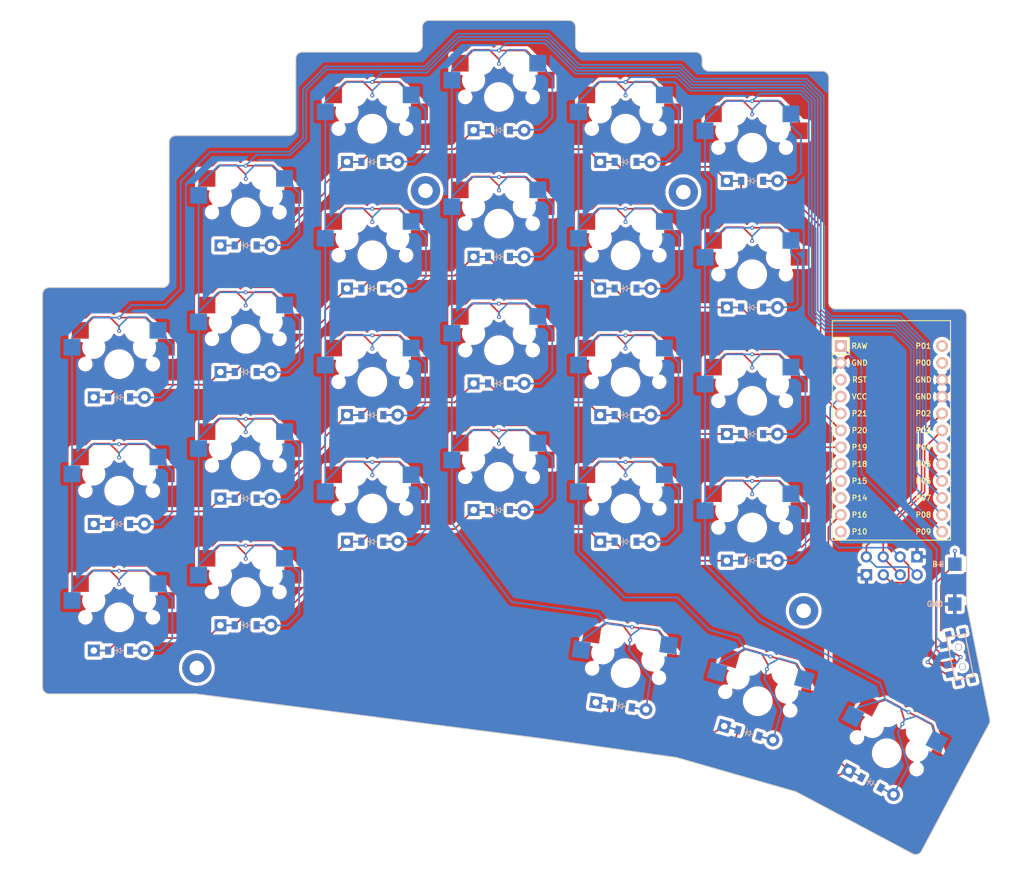
<source format=kicad_pcb>
(kicad_pcb (version 20240108) (generator "pcbnew") (generator_version "8.0")
  (title_block (title "splitty_boy") (rev "v1.0.0") (company "Unknown"))
  (layers (0 "F.Cu" signal) (31 "B.Cu" signal) (34 "B.Paste" user) (35 "F.Paste" user) (36 "B.SilkS" user "B.Silkscreen") (37 "F.SilkS" user "F.Silkscreen") (38 "B.Mask" user) (39 "F.Mask" user) (44 "Edge.Cuts" user))
  (net 0 "")
  (net 1 "P4")
  (net 2 "shifty_bottom")
  (net 3 "shifty_home")
  (net 4 "shifty_top")
  (net 5 "P5")
  (net 6 "pinky_bottom")
  (net 7 "pinky_home")
  (net 8 "pinky_top")
  (net 9 "pinky_numbers")
  (net 10 "P6")
  (net 11 "ring_bottom")
  (net 12 "ring_home")
  (net 13 "ring_top")
  (net 14 "ring_numbers")
  (net 15 "P7")
  (net 16 "middle_bottom")
  (net 17 "middle_home")
  (net 18 "middle_top")
  (net 19 "middle_numbers")
  (net 20 "P8")
  (net 21 "index_bottom")
  (net 22 "index_home")
  (net 23 "index_top")
  (net 24 "index_numbers")
  (net 25 "P9")
  (net 26 "inner_bottom")
  (net 27 "inner_home")
  (net 28 "inner_top")
  (net 29 "inner_numbers")
  (net 30 "inny_fan")
  (net 31 "tucky_fan")
  (net 32 "reachy_fan")
  (net 33 "P18")
  (net 34 "P19")
  (net 35 "P20")
  (net 36 "P21")
  (net 37 "P16")
  (net 38 "RAW")
  (net 39 "B+")
  (net 40 "GND")
  (net 41 "VCC")
  (net 42 "P2")
  (net 43 "P3")
  (net 44 "RST")
  (net 45 "P15")
  (net 46 "P14")
  (net 47 "P10")
  (net 48 "P1")
  (net 49 "P0")
  (footprint "E73:SPDT_C128955" (layer "F.Cu") (at 275.504794 169.852522 -78.5)
    (property "Reference" "T1" (hide yes))
    (property "Value" "" (hide yes))
  )
  (footprint "VIA-0.6mm" (layer "F.Cu") (at 206.054948 116.689202)
    (property "Reference" "REF**" (hide yes))
    (property "Value" "VIA-0.6mm" (hide yes))
  )
  (footprint "VIA-0.6mm" (layer "F.Cu") (at 225.800814 167.315364 -8)
    (property "Reference" "REF**" (hide yes))
    (property "Value" "VIA-0.6mm" (hide yes))
  )
  (footprint "VIA-0.6mm" (layer "F.Cu") (at 225.10495 123.451707)
    (property "Reference" "REF**" (hide yes))
    (property "Value" "VIA-0.6mm" (hide yes))
  )
  (footprint "VIA-0.6mm" (layer "F.Cu") (at 206.054943 97.639193)
    (property "Reference" "REF**" (hide yes))
    (property "Value" "VIA-0.6mm" (hide yes))
  )
  (footprint "VIA-0.6mm" (layer "F.Cu") (at 187.004944 102.4017)
    (property "Reference" "REF**" (hide yes))
    (property "Value" "VIA-0.6mm" (hide yes))
  )
  (footprint "VIA-0.6mm" (layer "F.Cu") (at 244.154949 88.209194)
    (property "Reference" "REF**" (hide yes))
    (property "Value" "VIA-0.6mm" (hide yes))
  )
  (footprint "VIA-0.6mm" (layer "F.Cu") (at 206.054947 137.739207)
    (property "Reference" "REF**" (hide yes))
    (property "Value" "VIA-0.6mm" (hide yes))
  )
  (footprint "VIA-0.6mm" (layer "F.Cu") (at 187.004944 104.401697)
    (property "Reference" "REF**" (hide yes))
    (property "Value" "VIA-0.6mm" (hide yes))
  )
  (footprint "VIA-0.6mm" (layer "F.Cu") (at 167.954943 134.024699)
    (property "Reference" "REF**" (hide yes))
    (property "Value" "VIA-0.6mm" (hide yes))
  )
  (footprint "VIA-0.6mm" (layer "F.Cu") (at 187.004946 140.501698)
    (property "Reference" "REF**" (hide yes))
    (property "Value" "VIA-0.6mm" (hide yes))
  )
  (footprint "ComboDiode" (layer "F.Cu") (at 225.10495 152.501696)
    (property "Reference" "D16" (hide yes))
    (property "Value" "" (hide yes))
  )
  (footprint "MX" (layer "F.Cu") (at 225.104951 172.266696 -8)
    (property "Reference" "S24" (hide yes))
    (property "Value" "" (hide yes))
  )
  (footprint "MX" (layer "F.Cu") (at 206.054945 85.589203)
    (property "Reference" "S15" (hide yes))
    (property "Value" "" (hide yes))
  )
  (footprint "VIA-0.6mm" (layer "F.Cu") (at 206.054951 78.589199)
    (property "Reference" "REF**" (hide yes))
    (property "Value" "VIA-0.6mm" (hide yes))
  )
  (footprint "VIA-0.6mm" (layer "F.Cu") (at 148.904944 139.834697)
    (property "Reference" "REF**" (hide yes))
    (property "Value" "VIA-0.6mm" (hide yes))
  )
  (footprint "VIA-0.6mm" (layer "F.Cu") (at 244.154952 124.309197)
    (property "Reference" "REF**" (hide yes))
    (property "Value" "VIA-0.6mm" (hide yes))
  )
  (footprint "lib:OLED_headers" (layer "F.Cu") (at 271.154948 155.884197 -90)
    (property "Reference" "OLED2" (hide yes))
    (property "Value" "OLED")
  )
  (footprint "VIA-0.6mm" (layer "F.Cu") (at 187.004949 83.351698)
    (property "Reference" "REF**" (hide yes))
    (property "Value" "VIA-0.6mm" (hide yes))
  )
  (footprint "MX" (layer "F.Cu") (at 244.993094 176.494056 -16)
    (property "Reference" "S25" (hide yes))
    (property "Value" "" (hide yes))
  )
  (footprint "ComboDiode" (layer "F.Cu") (at 262.058097 188.751903 -28)
    (property "Reference" "D26" (hide yes))
    (property "Value" "" (hide yes))
  )
  (footprint "ComboDiode" (layer "F.Cu") (at 244.154949 98.2092)
    (property "Reference" "D23" (hide yes))
    (property "Value" "" (hide yes))
  )
  (footprint "VIA-0.6mm" (layer "F.Cu") (at 148.904949 158.884699)
    (property "Reference" "REF**" (hide yes))
    (property "Value" "VIA-0.6mm" (hide yes))
  )
  (footprint "MX" (layer "F.Cu") (at 244.154947 93.209194)
    (property "Reference" "S23" (hide yes))
    (property "Value" "" (hide yes))
  )
  (footprint "MX" (layer "F.Cu") (at 187.004953 109.401705)
    (property "Reference" "S10" (hide yes))
    (property "Value" "" (hide yes))
  )
  (footprint "VIA-0.6mm" (layer "F.Cu") (at 206.05495 99.639197)
    (property "Reference" "REF**" (hide yes))
    (property "Value" "VIA-0.6mm" (hide yes))
  )
  (footprint "VIA-0.6mm" (layer "F.Cu") (at 225.104951 121.4517)
    (property "Reference" "REF**" (hide yes))
    (property "Value" "VIA-0.6mm" (hide yes))
  )
  (footprint "MX" (layer "F.Cu") (at 148.904943 163.8847)
    (property "Reference" "S1" (hide yes))
    (property "Value" "" (hide yes))
  )
  (footprint "lib:OLED_headers" (layer "F.Cu") (at 259.15495 156.384195 90)
    (property "Reference" "OLED1" (hide yes))
    (property "Value" "OLED")
  )
  (footprint "VIA-0.6mm" (layer "F.Cu") (at 246.922554 169.765223 -16)
    (property "Reference" "REF**" (hide yes))
    (property "Value" "VIA-0.6mm" (hide yes))
  )
  (footprint "VIA-0.6mm" (layer "F.Cu") (at 270.564585 170.623479 -28)
    (property "Reference" "REF**" (hide yes))
    (property "Value" "VIA-0.6mm" (hide yes))
  )
  (footprint "ComboDiode" (layer "F.Cu") (at 225.104942 114.401696)
    (property "Reference" "D18" (hide yes))
    (property "Value" "" (hide yes))
  )
  (footprint "ProMicro" (layer "F.Cu") (at 265.109946 137.0242 -90)
    (property "Reference" "MCU1" (hide yes))
    (property "Value" "" (hide yes))
  )
  (footprint "VIA-0.6mm" (layer "F.Cu") (at 275.504794 169.852522 -28)
    (property "Reference" "REF**" (hide yes))
    (property "Value" "VIA-0.6mm" (hide yes))
  )
  (footprint "SMDPad" (layer "F.Cu") (at 274.654943 161.884196)
    (property "Reference" "PAD2" (hide yes))
    (property "Value" "" (hide yes))
  )
  (footprint "VIA-0.6mm" (layer "F.Cu") (at 187.004948 123.451706)
    (property "Reference" "REF**" (hide yes))
    (property "Value" "VIA-0.6mm" (hide yes))
  )
  (footprint "VIA-0.6mm" (layer "F.Cu") (at 226.079157 165.334822 -8)
    (property "Reference" "REF**" (hide yes))
    (property "Value" "VIA-0.6mm" (hide yes))
  )
  (footprint "ComboDiode" (layer "F.Cu") (at 187.004947 95.3517)
    (property "Reference" "D11" (hide yes))
    (property "Value" "" (hide yes))
  )
  (footprint "ComboDiode" (layer "F.Cu") (at 148.904949 130.784698)
    (property "Reference" "D3" (hide yes))
    (property "Value" "" (hide yes))
  )
  (footprint "MX" (layer "F.Cu") (at 244.154943 131.309195)
    (property "Reference" "S21" (hide yes))
    (property "Value" "" (hide yes))
  )
  (footprint "MX" (layer "F.Cu") (at 167.954947 160.074696)
    (property "Reference" "S4" (hide yes))
    (property "Value" "" (hide yes))
  )
  (footprint "MX" (layer "F.Cu") (at 206.05495 142.739199)
    (property "Reference" "S12" (hide yes))
    (property "Value" "" (hide yes))
  )
  (footprint "MX" (layer "F.Cu") (at 225.10495 109.401704)
    (property "Reference" "S18" (hide yes))
    (property "Value" "" (hide yes))
  )
  (footprint "VIA-0.6mm" (layer "F.Cu") (at 225.104942 140.501701)
    (property "Reference" "REF**" (hide yes))
    (property "Value" "VIA-0.6mm" (hide yes))
  )
  (footprint "MX" (layer "F.Cu") (at 225.104946 90.351705)
    (property "Reference" "S19" (hide yes))
    (property "Value" "" (hide yes))
  )
  (footprint "ComboDiode" (layer "F.Cu") (at 187.004944 133.451702)
    (property "Reference" "D9" (hide yes))
    (property "Value" "" (hide yes))
  )
  (footprint "VIA-0.6mm" (layer "F.Cu") (at 225.104945 102.401696)
    (property "Reference" "REF**" (hide yes))
    (property "Value" "VIA-0.6mm" (hide yes))
  )
  (footprint "ComboDiode" (layer "F.Cu") (at 187.00495 114.401706)
    (property "Reference" "D10" (hide yes))
    (property "Value" "" (hide yes))
  )
  (footprint "MX" (layer "F.Cu") (at 225.10495 147.501702)
    (property "Reference" "S16" (hide yes))
    (property "Value" "" (hide yes))
  )
  (footprint "VIA-0.6mm" (layer "F.Cu") (at 167.954947 95.924698)
    (property "Reference" "REF**" (hide yes))
    (property "Value" "VIA-0.6mm" (hide yes))
  )
  (footprint "VIA-0.6mm" (layer "F.Cu") (at 244.154953 126.309199)
    (property "Reference" "REF**" (hide yes))
    (property "Value" "VIA-0.6mm" (hide yes))
  )
  (footprint "VIA-0.6mm" (layer "F.Cu") (at 274.654946 153.884199)
    (property "Reference" "REF**" (hide yes))
    (property "Value" "VIA-0.6mm" (hide yes))
  )
  (footprint "SMDPad" (layer "F.Cu") (at 274.654947 155.884198)
    (property "Reference" "PAD1" (hide yes))
    (property "Value" "" (hide yes))
  )
  (footprint "ComboDiode" (layer "F.Cu") (at 243.614904 181.300362 -16)
    (property "Reference" "D25" (hide yes))
    (property "Value" "" (hide yes))
  )
  (footprint "ComboDiode" (layer "F.Cu") (at 224.409084 177.218042 -8)
    (property "Reference" "D24" (hide yes))
    (property "Value" "" (hide yes))
  )
  (footprint "MX" (layer "F.Cu") (at 148.90495 144.834701)
    (property "Reference" "S2" (hide yes))
    (property "Value" "" (hide yes))
  )
  (footprint "ComboDiode" (layer "F.Cu") (at 206.054948 109.639201)
    (property "Reference" "D14" (hide yes))
    (property "Value" "" (hide yes))
  )
  (footprint "MX" (layer "F.Cu") (at 167.954937 121.974699)
    (property "Reference" "S6" (hide yes))
    (property "Value" "" (hide yes))
  )
  (footprint "MX" (layer "F.Cu") (at 264.405457 184.337159 -28)
    (property "Reference" "S26" (hide yes))
    (property "Value" "" (hide yes))
  )
  (footprint "VIA-0.6mm" (layer "F.Cu") (at 206.054945 135.739194)
    (property "Reference" "REF**" (hide yes))
    (property "Value" "VIA-0.6mm" (hide yes))
  )
  (footprint "" (layer "F.Cu") (at 233.8 99.9)
    (property "Reference" "")
    (property "Value" "")
  )
  (footprint "MX" (layer "F.Cu") (at 167.954949 141.024702)
    (property "Reference" "S5" (hide yes))
    (property "Value" "" (hide yes))
  )
  (footprint "ComboDiode" (layer "F.Cu") (at 225.104948 133.451695)
    (property "Reference" "D17" (hide yes))
    (property "Value" "" (hide yes))
  )
  (footprint "MX" (layer "F.Cu") (at 206.054943 123.689203)
    (property "Reference" "S13" (hide yes))
    (property "Value" "" (hide yes))
  )
  (footprint "ComboDiode" (layer "F.Cu") (at 206.054951 147.739198)
    (property "Reference" "D12" (hide yes))
    (property "Value" "" (hide yes))
  )
  (footprint "MX" (layer "F.Cu") (at 244.154957 150.359194)
    (property "Reference" "S20" (hide yes))
    (property "Value" "" (hide yes))
  )
  (footprint "VIA-0.6mm" (layer "F.Cu") (at 148.904954 118.784703)
    (property "Reference" "REF**" (hide yes))
    (property "Value" "VIA-0.6mm" (hide yes))
  )
  (footprint "ComboDiode" (layer "F.Cu") (at 244.15495 136.309196)
    (property "Reference" "D21" (hide yes))
    (property "Value" "" (hide yes))
  )
  (footprint "VIA-0.6mm" (layer "F.Cu") (at 244.154948 143.359201)
    (property "Reference" "REF**" (hide yes))
    (property "Value" "VIA-0.6mm" (hide yes))
  )
  (footprint "ComboDiode" (layer "F.Cu") (at 148.90495 149.834703)
    (property "Reference" "D2" (hide yes))
    (property "Value" "" (hide yes))
  )
  (footprint "VIA-0.6mm" (layer "F.Cu") (at 244.154949 107.259197)
    (property "Reference" "REF**" (hide yes))
    (property "Value" "VIA-0.6mm" (hide yes))
  )
  (footprint "VIA-0.6mm" (layer "F.Cu") (at 167.954941 136.0247)
    (property "Reference" "REF**" (hide yes))
    (property "Value" "VIA-0.6mm" (hide yes))
  )
  (footprint "MX" (layer "F.Cu") (at 187.004944 147.501702)
    (property "Reference" "S8" (hide yes))
    (property "Value" "" (hide yes))
  )
  (footprint "MX" (layer "F.Cu") (at 225.104947 128.451701)
    (property "Reference" "S17" (hide yes))
    (property "Value" "" (hide yes))
  )
  (footprint "VIA-0.6mm" (layer "F.Cu") (at 206.054953 80.589198)
    (property "Reference" "REF**" (hide yes))
    (property "Value" "VIA-0.6mm" (hide yes))
  )
  (footprint "VIA-0.6mm" (layer "F.Cu") (at 187.004951 85.3517)
    (property "Reference" "REF**" (hide yes))
    (property "Value" "VIA-0.6mm" (hide yes))
  )
  (footprint "MX" (layer "F.Cu") (at 167.95495 102.9247)
    (property "Reference" "S7" (hide yes))
    (property "Value" "" (hide yes))
  )
  (footprint "VIA-0.6mm" (layer "F.Cu") (at 167.954946 155.074701)
    (property "Reference" "REF**" (hide yes))
    (property "Value" "VIA-0.6mm" (hide yes))
  )
  (footprint "ComboDiode" (layer "F.Cu") (at 206.054948 90.5892)
    (property "Reference" "D15" (hide yes))
    (property "Value" "" (hide yes))
  )
  (footprint "ComboDiode" (layer "F.Cu") (at 148.904945 168.884698)
    (property "Reference" "D1" (hide yes))
    (property "Value" "" (hide yes))
  )
  (footprint "VIA-0.6mm" (layer "F.Cu") (at 206.054949 118.689199)
    (property "Reference" "REF**" (hide yes))
    (property "Value" "VIA-0.6mm" (hide yes))
  )
  (footprint "VIA-0.6mm" (layer "F.Cu") (at 267.691756 178.156522 -28)
    (property "Reference" "REF**" (hide yes))
    (property "Value" "VIA-0.6mm" (hide yes))
  )
  (footprint "MX" (layer "F.Cu") (at 187.004952 90.351697)
    (property "Reference" "S11" (hide yes))
    (property "Value" "" (hide yes))
  )
  (footprint "" (layer "F.Cu") (at 160.6 171.5)
    (property "Reference" "")
    (property "Value" "")
  )
  (footprint "VIA-0.6mm" (layer "F.Cu") (at 167.954947 116.974702)
    (property "Reference" "REF**" (hide yes))
    (property "Value" "VIA-0.6mm" (hide yes))
  )
  (footprint "MX" (layer "F.Cu") (at 244.154948 112.259201)
    (property "Reference" "S22" (hide yes))
    (property "Value" "" (hide yes))
  )
  (footprint "VIA-0.6mm" (layer "F.Cu") (at 187.004941 142.501697)
    (property "Reference" "REF**" (hide yes))
    (property "Value" "VIA-0.6mm" (hide yes))
  )
  (footprint "VIA-0.6mm" (layer "F.Cu") (at 266.752816 179.922421 -28)
    (property "Reference" "REF**" (hide yes))
    (property "Value" "VIA-0.6mm" (hide yes))
  )
  (footprint "VIA-0.6mm" (layer "F.Cu") (at 187.004946 121.451697)
    (property "Reference" "REF**" (hide yes))
    (property "Value" "VIA-0.6mm" (hide yes))
  )
  (footprint "VIA-0.6mm" (layer "F.Cu") (at 148.90495 156.884698)
    (property "Reference" "REF**" (hide yes))
    (property "Value" "VIA-0.6mm" (hide yes))
  )
  (footprint "VIA-0.6mm" (layer "F.Cu") (at 246.371275 171.687743 -16)
    (property "Reference" "REF**" (hide yes))
    (property "Value" "VIA-0.6mm" (hide yes))
  )
  (footprint "VIA-0.6mm" (layer "F.Cu") (at 225.104951 85.351702)
    (property "Reference" "REF**" (hide yes))
    (property "Value" "VIA-0.6mm" (hide yes))
  )
  (footprint "VIA-0.6mm" (layer "F.Cu") (at 148.904949 120.784695)
    (property "Reference" "REF**" (hide yes))
    (property "Value" "VIA-0.6mm" (hide yes))
  )
  (footprint "VIA-0.6mm" (layer "F.Cu") (at 167.954954 97.924699)
    (property "Reference" "REF**" (hide yes))
    (property "Value" "VIA-0.6mm" (hide yes))
  )
  (footprint "VIA-0.6mm" (layer "F.Cu") (at 225.104942 142.501704)
    (property "Reference" "REF**" (hide yes))
    (property "Value" "VIA-0.6mm" (hide yes))
  )
  (footprint "MX" (layer "F.Cu") (at 187.004949 128.451704)
    (property "Reference" "S9" (hide yes))
    (property "Value" "" (hide yes))
  )
  (footprint "ComboDiode" (layer "F.Cu") (at 167.954943 165.0747)
    (property "Reference" "D4" (hide yes))
    (property "Value" "" (hide yes))
  )
  (footprint "VIA-0.6mm" (layer "F.Cu") (at 167.954953 114.974698)
    (property "Reference" "REF**" (hide yes))
    (property "Value" "VIA-0.6mm" (hide yes))
  )
  (footprint "VIA-0.6mm" (layer "F.Cu") (at 167.954948 153.074698)
    (property "Reference" "REF**" (hide yes))
    (property "Value" "VIA-0.6mm" (hide yes))
  )
  (footprint "MX" (layer "F.Cu") (at 148.904948 125.784701)
    (property "Reference" "S3" (hide yes))
    (property "Value" "" (hide yes))
  )
  (footprint "VIA-0.6mm" (layer "F.Cu") (at 225.104945 83.351701)
    (property "Reference" "REF**" (hide yes))
    (property "Value" "VIA-0.6mm" (hide yes))
  )
  (footprint "VIA-0.6mm" (layer "F.Cu") (at 244.154949 105.259198)
    (property "Reference" "REF**" (hide yes))
    (property "Value" "VIA-0.6mm" (hide yes))
  )
  (footprint "" (layer "F.Cu") (at 251.9 162.9)
    (property "Reference" "")
    (property "Value" "")
  )
  (footprint "ComboDiode" (layer "F.Cu") (at 225.104953 95.351695)
    (property "Reference" "D19" (hide yes))
    (property "Value" "" (hide yes))
  )
  (footprint "ComboDiode" (layer "F.Cu") (at 187.004946 152.501699)
    (property "Reference" "D8" (hide yes))
    (property "Value" "" (hide yes))
  )
  (footprint "VIA-0.6mm" (layer "F.Cu") (at 244.154948 145.359197)
    (property "Reference" "REF**" (hide yes))
    (property "Value" "VIA-0.6mm" (hide yes))
  )
  (footprint "ComboDiode" (layer "F.Cu") (at 167.954943 126.9747)
    (property "Reference" "D6" (hide yes))
    (property "Value" "" (hide yes))
  )
  (footprint "E73:SPDT_C128955" (layer "F.Cu") (at 275.504794 169.852522 -78.5)
    (property "Reference" "T2" (hide yes))
    (property "Value" "" (hide yes))
  )
  (footprint "ComboDiode" (layer "F.Cu") (at 244.154947 117.259201)
    (property "Reference" "D22" (hide yes))
    (property "Value" "" (hide yes))
  )
  (footprint "ComboDiode" (layer "F.Cu") (at 167.954945 107.924702)
    (property "Reference" "D7" (hide yes))
    (property "Value" "" (hide yes))
  )
  (footprint "ComboDiode" (layer "F.Cu") (at 244.154944 155.359199)
    (property "Reference" "D20" (hide yes))
    (property "Value" "" (hide yes))
  )
  (footprint "VIA-0.6mm" (layer "F.Cu") (at 244.154948 86.209195)
    (property "Reference" "REF**" (hide yes))
    (property "Value" "VIA-0.6mm" (hide yes))
  )
  (footprint "" (layer "F.Cu") (at 195 99.7)
    (property "Reference" "")
    (property "Value" "")
  )
  (footprint "MX" (layer "F.Cu") (at 206.05495 104.639202)
    (property "Reference" "S14" (hide yes))
    (property "Value" "" (hide yes))
  )
  (footprint "VIA-0.6mm" (layer "F.Cu") (at 148.904938 137.834699)
    (property "Reference" "REF**" (hide yes))
    (property "Value" "VIA-0.6mm" (hide yes))
  )
  (footprint "VIA-0.6mm" (layer "F.Cu") (at 225.104952 104.401702)
    (property "Reference" "REF**" (hide yes))
    (property "Value" "VIA-0.6mm" (hide yes))
  )
  (footprint "ComboDiode" (layer "F.Cu") (at 206.054947 128.689213)
    (property "Reference" "D13" (hide yes))
    (property "Value" "" (hide yes))
  )
  (footprint "ComboDiode" (layer "F.Cu") (at 167.954952 146.0247)
    (property "Reference" "D5" (hide yes))
    (property "Value" "" (hide yes))
  )
  (gr_line (start 256.679951 117.479197) (end 275.424947 117.479202) (stroke (width 0.15)) (layer "Edge.Cuts"))
  (gr_arc (start 175.479954 90.399706) (mid 175.187056 91.106811) (end 174.47995 91.399698) (stroke (width 0.15)) (layer "Edge.Cuts"))
  (gr_line (start 212.082529 182.074844) (end 160.49367 175.41792) (stroke (width 0.15)) (layer "Edge.Cuts"))
  (gr_arc (start 137.379947 115.259701) (mid 137.672839 114.552592) (end 138.379945 114.25969) (stroke (width 0.15)) (layer "Edge.Cuts"))
  (gr_line (start 236.629945 80.684198) (end 236.629955 79.826705) (stroke (width 0.15)) (layer "Edge.Cuts"))
  (gr_arc (start 237.629947 81.684196) (mid 236.922848 81.391301) (end 236.629945 80.684198) (stroke (width 0.15)) (layer "Edge.Cuts"))
  (gr_line (start 276.444679 161.982064) (end 279.921294 179.220843) (stroke (width 0.15)) (layer "Edge.Cuts"))
  (gr_line (start 137.379955 174.409696) (end 137.379947 115.259701) (stroke (width 0.15)) (layer "Edge.Cuts"))
  (gr_arc (start 269.640236 199.040848) (mid 269.049662 199.527677) (end 268.287825 199.454318) (stroke (width 0.15)) (layer "Edge.Cuts"))
  (gr_line (start 194.529954 75.0642) (end 194.529949 77.826704) (stroke (width 0.15)) (layer "Edge.Cuts"))
  (gr_line (start 235.62995 78.826693) (end 218.57995 78.826701) (stroke (width 0.15)) (layer "Edge.Cuts"))
  (gr_line (start 276.424948 118.4792) (end 276.424949 161.784373) (stroke (width 0.15)) (layer "Edge.Cuts"))
  (gr_arc (start 218.57995 78.826701) (mid 217.872838 78.533808) (end 217.579947 77.826697) (stroke (width 0.15)) (layer "Edge.Cuts"))
  (gr_arc (start 212.082529 182.074844) (mid 212.088129 182.075583) (end 212.093726 182.076348) (stroke (width 0.15)) (layer "Edge.Cuts"))
  (gr_line (start 174.47995 91.399698) (end 157.429951 91.399698) (stroke (width 0.15)) (layer "Edge.Cuts"))
  (gr_line (start 217.579947 77.826697) (end 217.57995 75.064208) (stroke (width 0.15)) (layer "Edge.Cuts"))
  (gr_line (start 193.529948 78.826696) (end 176.479947 78.826701) (stroke (width 0.15)) (layer "Edge.Cuts"))
  (gr_arc (start 250.669292 190.111128) (mid 250.768261 190.145206) (end 250.863124 190.189445) (stroke (width 0.15)) (layer "Edge.Cuts"))
  (gr_arc (start 194.529954 75.0642) (mid 194.822847 74.357099) (end 195.52995 74.0642) (stroke (width 0.15)) (layer "Edge.Cuts"))
  (gr_arc (start 279.921296 179.220842) (mid 279.93056 179.562874) (end 279.823976 179.888007) (stroke (width 0.15)) (layer "Edge.Cuts"))
  (gr_line (start 250.863124 190.189445) (end 268.287825 199.454318) (stroke (width 0.15)) (layer "Edge.Cuts"))
  (gr_line (start 155.429946 114.259693) (end 138.379945 114.25969) (stroke (width 0.15)) (layer "Edge.Cuts"))
  (gr_arc (start 275.424947 117.479202) (mid 276.132055 117.772093) (end 276.424948 118.4792) (stroke (width 0.15)) (layer "Edge.Cuts"))
  (gr_line (start 232.862009 185.004972) (end 250.669292 190.111128) (stroke (width 0.15)) (layer "Edge.Cuts"))
  (gr_line (start 254.679945 81.684195) (end 237.629947 81.684196) (stroke (width 0.15)) (layer "Edge.Cuts"))
  (gr_arc (start 138.379947 175.409698) (mid 137.672843 175.116803) (end 137.379955 174.409696) (stroke (width 0.15)) (layer "Edge.Cuts"))
  (gr_arc (start 194.529949 77.826704) (mid 194.237053 78.533807) (end 193.529948 78.826696) (stroke (width 0.15)) (layer "Edge.Cuts"))
  (gr_line (start 216.57995 74.064199) (end 195.52995 74.0642) (stroke (width 0.15)) (layer "Edge.Cuts"))
  (gr_line (start 212.093726 182.076348) (end 232.725543 184.975975) (stroke (width 0.15)) (layer "Edge.Cuts"))
  (gr_line (start 175.479949 79.826696) (end 175.479954 90.399706) (stroke (width 0.15)) (layer "Edge.Cuts"))
  (gr_line (start 255.679954 116.479197) (end 255.679948 82.684198) (stroke (width 0.15)) (layer "Edge.Cuts"))
  (gr_line (start 138.379947 175.409698) (end 160.365695 175.409696) (stroke (width 0.15)) (layer "Edge.Cuts"))
  (gr_arc (start 276.444679 161.982064) (mid 276.429888 161.88371) (end 276.424949 161.784373) (stroke (width 0.15)) (layer "Edge.Cuts"))
  (gr_arc (start 216.57995 74.064199) (mid 217.287056 74.357097) (end 217.57995 75.064208) (stroke (width 0.15)) (layer "Edge.Cuts"))
  (gr_line (start 269.640236 199.040848) (end 279.823976 179.888007) (stroke (width 0.15)) (layer "Edge.Cuts"))
  (gr_arc (start 254.679945 81.684195) (mid 255.387055 81.977089) (end 255.679948 82.684198) (stroke (width 0.15)) (layer "Edge.Cuts"))
  (gr_arc (start 175.479949 79.826696) (mid 175.772843 79.119594) (end 176.479947 78.826701) (stroke (width 0.15)) (layer "Edge.Cuts"))
  (gr_arc (start 156.429944 92.399702) (mid 156.722839 91.692591) (end 157.429951 91.399698) (stroke (width 0.15)) (layer "Edge.Cuts"))
  (gr_arc (start 232.725543 184.975975) (mid 232.794281 184.988095) (end 232.862009 185.004972) (stroke (width 0.15)) (layer "Edge.Cuts"))
  (gr_line (start 156.429945 113.259703) (end 156.429944 92.399702) (stroke (width 0.15)) (layer "Edge.Cuts"))
  (gr_arc (start 256.679951 117.479197) (mid 255.972847 117.186304) (end 255.679954 116.479197) (stroke (width 0.15)) (layer "Edge.Cuts"))
  (gr_arc (start 235.62995 78.826693) (mid 236.337064 79.119589) (end 236.629955 79.826705) (stroke (width 0.15)) (layer "Edge.Cuts"))
  (gr_arc (start 160.365695 175.409696) (mid 160.429815 175.411754) (end 160.49367 175.41792) (stroke (width 0.15)) (layer "Edge.Cuts"))
  (gr_arc (start 156.429945 113.259703) (mid 156.137048 113.9668) (end 155.429946 114.259693) (stroke (width 0.15)) (layer "Edge.Cuts"))
  (segment (start 155.989953 140.7947) (end 153.029948 137.834695) (width 0.25) (layer "F.Cu") (net 1))
  (segment (start 155.989948 161.344697) (end 155.989944 159.844704) (width 0.25) (layer "F.Cu") (net 1))
  (segment (start 155.989944 142.294696) (end 155.989953 140.7947) (width 0.25) (layer "F.Cu") (net 1))
  (segment (start 155.989944 159.844704) (end 153.02995 156.884701) (width 0.25) (layer "F.Cu") (net 1))
  (segment (start 155.989952 121.744698) (end 153.029948 118.784701) (width 0.25) (layer "F.Cu") (net 1))
  (segment (start 153.02995 156.884701) (end 148.90495 156.884698) (width 0.25) (layer "F.Cu") (net 1))
  (segment (start 153.029948 118.784701) (end 148.904954 118.784703) (width 0.25) (layer "F.Cu") (net 1))
  (segment (start 153.029948 137.834695) (end 148.904938 137.834699) (width 0.25) (layer "F.Cu") (net 1))
  (segment (start 155.989941 123.244698) (end 155.989952 121.744698) (width 0.25) (layer "F.Cu") (net 1))
  (segment (start 144.779948 137.834698) (end 148.904938 137.834699) (width 0.25) (layer "B.Cu") (net 1))
  (segment (start 148.904952 118.769201) (end 150.779947 116.894201) (width 0.25) (layer "B.Cu") (net 1))
  (segment (start 270.279948 122.512219) (end 270.279944 135.844201) (width 0.25) (layer "B.Cu") (net 1))
  (segment (start 199.779947 76.094196) (end 213.489136 76.094199) (width 0.25) (layer "B.Cu") (net 1))
  (segment (start 179.94355 80.994198) (end 194.879949 80.994196) (width 0.25) (layer "B.Cu") (net 1))
  (segment (start 141.819953 123.244702) (end 141.819942 161.344698) (width 0.25) (layer "B.Cu") (net 1))
  (segment (start 254.92995 85.462222) (end 254.929947 117.362224) (width 0.25) (layer "B.Cu") (net 1))
  (segment (start 141.819953 123.244702) (end 141.819945 121.7447) (width 0.25) (layer "B.Cu") (net 1))
  (segment (start 254.929947 117.362224) (end 256.134725 118.56699) (width 0.25) (layer "B.Cu") (net 1))
  (segment (start 252.311917 82.8442) (end 254.92995 85.462222) (width 0.25) (layer "B.Cu") (net 1))
  (segment (start 158.179949 98.294199) (end 162.629954 93.844198) (width 0.25) (layer "B.Cu") (net 1))
  (segment (start 235.575536 82.844201) (end 252.311917 82.8442) (width 0.25) (layer "B.Cu") (net 1))
  (segment (start 144.779945 156.884698) (end 148.90495 156.884698) (width 0.25) (layer "B.Cu") (net 1))
  (segment (start 218.139136 80.744197) (end 233.475526 80.744202) (width 0.25) (layer "B.Cu") (net 1))
  (segment (start 162.629954 93.844198) (end 174.493561 93.844201) (width 0.25) (layer "B.Cu") (net 1))
  (segment (start 213.489136 76.094199) (end 218.139136 80.744197) (width 0.25) (layer "B.Cu") (net 1))
  (segment (start 141.819943 140.794703) (end 144.779948 137.834698) (width 0.25) (layer "B.Cu") (net 1))
  (segment (start 266.334722 118.566997) (end 270.279948 122.512219) (width 0.25) (layer "B.Cu") (net 1))
  (segment (start 155.779949 116.894199) (end 158.179947 114.494198) (width 0.25) (layer "B.Cu") (net 1))
  (segment (start 141.819942 161.344698) (end 141.819945 159.8447) (width 0.25) (layer "B.Cu") (net 1))
  (segment (start 150.779947 116.894201) (end 155.779949 116.894199) (width 0.25) (layer "B.Cu") (net 1))
  (segment (start 141.819946 142.2947) (end 141.819943 140.794703) (width 0.25) (layer "B.Cu") (net 1))
  (segment (start 141.819945 159.8447) (end 144.779945 156.884698) (width 0.25) (layer "B.Cu") (net 1))
  (segment (start 194.879949 80.994196) (end 199.779947 76.094196) (width 0.25) (layer "B.Cu") (net 1))
  (segment (start 176.579945 84.357803) (end 179.94355 80.994198) (width 0.25) (layer "B.Cu") (net 1))
  (segment (start 158.179947 114.494198) (end 158.179949 98.294199) (width 0.25) (layer "B.Cu") (net 1))
  (segment (start 256.134725 118.56699) (end 266.334722 118.566997) (width 0.25) (layer "B.Cu") (net 1))
  (segment (start 270.279944 135.844201) (end 272.729945 138.294205) (width 0.25) (layer "B.Cu") (net 1))
  (segment (start 141.819945 121.7447) (end 144.779951 118.784699) (width 0.25) (layer "B.Cu") (net 1))
  (segment (start 174.493561 93.844201) (end 176.579949 91.757803) (width 0.25) (layer "B.Cu") (net 1))
  (segment (start 148.904954 118.784703) (end 148.904952 118.769201) (width 0.25) (layer "B.Cu") (net 1))
  (segment (start 233.475526 80.744202) (end 235.575536 82.844201) (width 0.25) (layer "B.Cu") (net 1))
  (segment (start 144.779951 118.784699) (end 148.904954 118.784703) (width 0.25) (layer "B.Cu") (net 1))
  (segment (start 176.579949 91.757803) (end 176.579945 84.357803) (width 0.25) (layer "B.Cu") (net 1))
  (segment (start 143.062948 158.804698) (end 145.073448 156.7942) (width 0.25) (layer "F.Cu") (net 2))
  (segment (start 148.904951 158.219197) (end 148.904949 158.884699) (width 0.25) (layer "F.Cu") (net 2))
  (segment (start 147.479949 156.794195) (end 148.904951 158.219197) (width 0.25) (layer "F.Cu") (net 2))
  (segment (start 145.073448 156.7942) (end 147.479949 156.794195) (width 0.25) (layer "F.Cu") (net 2))
  (segment (start 152.714949 168.884702) (end 150.554955 168.884699) (width 0.25) (layer "F.Cu") (net 2))
  (segment (start 156.9 167.1) (end 156.9 160.957757) (width 0.25) (layer "B.Cu") (net 2))
  (segment (start 152.736445 156.794203) (end 150.279943 156.7942) (width 0.25) (layer "B.Cu") (net 2))
  (segment (start 148.904951 158.169199) (end 148.904949 158.884699) (width 0.25) (layer "B.Cu") (net 2))
  (segment (start 150.279943 156.7942) (end 148.904951 158.169199) (width 0.25) (layer "B.Cu") (net 2))
  (segment (start 152.714949 168.884702) (end 150.554955 168.884699) (width 0.25) (layer "B.Cu") (net 2))
  (segment (start 154.746949 158.804702) (end 152.736445 156.794203) (width 0.25) (layer "B.Cu") (net 2))
  (segment (start 155.115302 168.884698) (end 156.9 167.1) (width 0.25) (layer "B.Cu") (net 2))
  (segment (start 152.714945 168.884698) (end 155.115302 168.884698) (width 0.25) (layer "B.Cu") (net 2))
  (segment (start 156.9 160.957757) (end 154.746943 158.8047) (width 0.25) (layer "B.Cu") (net 2))
  (segment (start 143.062939 139.754695) (end 145.073455 137.744202) (width 0.25) (layer "F.Cu") (net 3))
  (segment (start 148.904945 139.169203) (end 148.904944 139.834697) (width 0.25) (layer "F.Cu") (net 3))
  (segment (start 147.479944 137.744203) (end 148.904945 139.169203) (width 0.25) (layer "F.Cu") (net 3))
  (segment (start 152.714954 149.834699) (end 150.554942 149.834703) (width 0.25) (layer "F.Cu") (net 3))
  (segment (start 145.073455 137.744202) (end 147.479944 137.744203) (width 0.25) (layer "F.Cu") (net 3))
  (segment (start 156.885055 141.879057) (end 154.760699 139.754701) (width 0.25) (layer "B.Cu") (net 3))
  (segment (start 154.746947 139.7547) (end 152.736449 137.744197) (width 0.25) (layer "B.Cu") (net 3))
  (segment (start 152.736449 137.744197) (end 150.279949 137.744198) (width 0.25) (layer "B.Cu") (net 3))
  (segment (start 152.714954 149.834699) (end 150.554942 149.834703) (width 0.25) (layer "B.Cu") (net 3))
  (segment (start 152.7 149.9) (end 155.100357 149.9) (width 0.25) (layer "B.Cu") (net 3))
  (segment (start 148.904951 139.119196) (end 148.904944 139.834697) (width 0.25) (layer "B.Cu") (net 3))
  (segment (start 154.760699 139.754701) (end 154.74695 139.754701) (width 0.25) (layer "B.Cu") (net 3))
  (segment (start 155.100357 149.9) (end 156.885055 148.115302) (width 0.25) (layer "B.Cu") (net 3))
  (segment (start 150.279949 137.744198) (end 148.904951 139.119196) (width 0.25) (layer "B.Cu") (net 3))
  (segment (start 156.885055 148.115302) (end 156.885055 141.879057) (width 0.25) (layer "B.Cu") (net 3))
  (segment (start 148.904949 120.119197) (end 148.904949 120.784695) (width 0.25) (layer "F.Cu") (net 4))
  (segment (start 145.073447 118.694201) (end 147.479947 118.694197) (width 0.25) (layer "F.Cu") (net 4))
  (segment (start 143.062947 120.704701) (end 145.073447 118.694201) (width 0.25) (layer "F.Cu") (net 4))
  (segment (start 147.479947 118.694197) (end 148.904949 120.119197) (width 0.25) (layer "F.Cu") (net 4))
  (segment (start 152.714952 130.7847) (end 150.554947 130.784697) (width 0.25) (layer "F.Cu") (net 4))
  (segment (start 156.985055 129.015302) (end 156.985055 122.942808) (width 0.25) (layer "B.Cu") (net 4))
  (segment (start 152.8 130.8) (end 155.200357 130.8) (width 0.25) (layer "B.Cu") (net 4))
  (segment (start 152.736446 118.694203) (end 150.279945 118.694203) (width 0.25) (layer "B.Cu") (net 4))
  (segment (start 155.200357 130.8) (end 156.985055 129.015302) (width 0.25) (layer "B.Cu") (net 4))
  (segment (start 150.279945 118.694203) (end 148.90495 120.069199) (width 0.25) (layer "B.Cu") (net 4))
  (segment (start 156.985055 122.942808) (end 154.746948 120.704701) (width 0.25) (layer "B.Cu") (net 4))
  (segment (start 152.714952 130.7847) (end 150.554947 130.784697) (width 0.25) (layer "B.Cu") (net 4))
  (segment (start 148.90495 120.069199) (end 148.904949 120.784695) (width 0.25) (layer "B.Cu") (net 4))
  (segment (start 154.746954 120.704699) (end 152.736446 118.694203) (width 0.25) (layer "B.Cu") (net 4))
  (segment (start 175.039949 100.384693) (end 175.03994 98.884696) (width 0.25) (layer "F.Cu") (net 5))
  (segment (start 175.039951 157.534697) (end 175.039948 156.0347) (width 0.25) (layer "F.Cu") (net 5))
  (segment (start 172.079945 95.924702) (end 167.954947 95.924698) (width 0.25) (layer "F.Cu") (net 5))
  (segment (start 172.079942 153.074699) (end 167.954948 153.074698) (width 0.25) (layer "F.Cu") (net 5))
  (segment (start 175.03994 98.884696) (end 172.079945 95.924702) (width 0.25) (layer "F.Cu") (net 5))
  (segment (start 172.07995 114.9747) (end 167.954953 114.974698) (width 0.25) (layer "F.Cu") (net 5))
  (segment (start 175.039948 119.434697) (end 175.039948 117.934698) (width 0.25) (layer "F.Cu") (net 5))
  (segment (start 175.039955 136.984699) (end 172.079946 134.024696) (width 0.25) (layer "F.Cu") (net 5))
  (segment (start 175.039948 156.0347) (end 172.079942 153.074699) (width 0.25) (layer "F.Cu") (net 5))
  (segment (start 175.039948 117.934698) (end 172.07995 114.9747) (width 0.25) (layer "F.Cu") (net 5))
  (segment (start 175.039943 138.484698) (end 175.039955 136.984699) (width 0.25) (layer "F.Cu") (net 5))
  (segment (start 172.079946 134.024696) (end 167.954943 134.024699) (width 0.25) (layer "F.Cu") (net 5))
  (segment (start 174.679947 94.2942) (end 177.029951 91.9442) (width 0.25) (layer "B.Cu") (net 5))
  (segment (start 167.954948 95.919203) (end 169.579952 94.294198) (width 0.25) (layer "B.Cu") (net 5))
  (segment (start 160.869947 156.034704) (end 163.829946 153.0747) (width 0.25) (layer "B.Cu") (net 5))
  (segment (start 160.869948 100.384696) (end 160.869951 98.884693) (width 0.25) (layer "B.Cu") (net 5))
  (segment (start 163.829954 114.974701) (end 167.954953 114.974698) (width 0.25) (layer "B.Cu") (net 5))
  (segment (start 199.966344 76.544194) (end 213.302734 76.544205) (width 0.25) (layer "B.Cu") (net 5))
  (segment (start 235.389139 83.294205) (end 252.12553 83.294198) (width 0.25) (layer "B.Cu") (net 5))
  (segment (start 195.066344 81.444197) (end 199.966344 76.544194) (width 0.25) (layer "B.Cu") (net 5))
  (segment (start 266.148324 119.016991) (end 269.829949 122.698621) (width 0.25) (layer "B.Cu") (net 5))
  (segment (start 177.029951 91.9442) (end 177.029947 84.544195) (width 0.25) (layer "B.Cu") (net 5))
  (segment (start 160.869951 119.434698) (end 160.869948 157.534699) (width 0.25) (layer "B.Cu") (net 5))
  (segment (start 177.029947 84.544195) (end 180.129952 81.444199) (width 0.25) (layer "B.Cu") (net 5))
  (segment (start 163.829946 153.0747) (end 167.954948 153.074698) (width 0.25) (layer "B.Cu") (net 5))
  (segment (start 160.869948 157.534699) (end 160.869947 156.034704) (width 0.25) (layer "B.Cu") (net 5))
  (segment (start 160.869951 98.884693) (end 163.82995 95.924696) (width 0.25) (layer "B.Cu") (net 5))
  (segment (start 180.129952 81.444199) (end 195.066344 81.444197) (width 0.25) (layer "B.Cu") (net 5))
  (segment (start 255.948325 119.016991) (end 266.148324 119.016991) (width 0.25) (layer "B.Cu") (net 5))
  (segment (start 217.952742 81.1942) (end 233.289134 81.1942) (width 0.25) (layer "B.Cu") (net 5))
  (segment (start 269.829949 122.698621) (end 269.829951 137.934195) (width 0.25) (layer "B.Cu") (net 5))
  (segment (start 163.82995 134.0247) (end 167.954943 134.024699) (width 0.25) (layer "B.Cu") (net 5))
  (segment (start 169.579952 94.294198) (end 174.679947 94.2942) (width 0.25) (layer "B.Cu") (net 5))
  (segment (start 160.869948 100.384696) (end 160.869951 119.434698) (width 0.25) (layer "B.Cu") (net 5))
  (segment (start 269.829951 137.934195) (end 272.729942 140.834196) (width 0.25) (layer "B.Cu") (net 5))
  (segment (start 254.479951 117.548611) (end 255.948325 119.016991) (width 0.25) (layer "B.Cu") (net 5))
  (segment (start 252.12553 83.294198) (end 254.47995 85.648615) (width 0.25) (layer "B.Cu") (net 5))
  (segment (start 163.82995 95.924696) (end 167.954947 95.924698) (width 0.25) (layer "B.Cu") (net 5))
  (segment (start 160.869951 119.434698) (end 160.869948 117.934694) (width 0.25) (layer "B.Cu") (net 5))
  (segment (start 160.86995 138.484699) (end 160.869943 136.984698) (width 0.25) (layer "B.Cu") (net 5))
  (segment (start 167.954947 95.924698) (end 167.954948 95.919203) (width 0.25) (layer "B.Cu") (net 5))
  (segment (start 213.302734 76.544205) (end 217.952742 81.1942) (width 0.25) (layer "B.Cu") (net 5))
  (segment (start 160.869948 117.934694) (end 163.829954 114.974701) (width 0.25) (layer "B.Cu") (net 5))
  (segment (start 254.47995 85.648615) (end 254.479951 117.548611) (width 0.25) (layer "B.Cu") (net 5))
  (segment (start 233.289134 81.1942) (end 235.389139 83.294205) (width 0.25) (layer "B.Cu") (net 5))
  (segment (start 160.869943 136.984698) (end 163.82995 134.0247) (width 0.25) (layer "B.Cu") (net 5))
  (segment (start 162.112949 154.994705) (end 164.123445 152.984197) (width 0.25) (layer "F.Cu") (net 6))
  (segment (start 164.123445 152.984197) (end 166.529949 152.984204) (width 0.25) (layer "F.Cu") (net 6))
  (segment (start 166.529949 152.984204) (end 167.954945 154.4092) (width 0.25) (layer "F.Cu") (net 6))
  (segment (start 171.76495 165.0747) (end 169.604948 165.074698) (width 0.25) (layer "F.Cu") (net 6))
  (segment (start 167.954945 154.4092) (end 167.954946 155.074701) (width 0.25) (layer "F.Cu") (net 6))
  (segment (start 171.76495 165.0747) (end 169.604948 165.074698) (width 0.25) (layer "B.Cu") (net 6))
  (segment (start 171.8 165.1) (end 174.200357 165.1) (width 0.25) (layer "B.Cu") (net 6))
  (segment (start 173.796951 154.994696) (end 171.786445 152.984196) (width 0.25) (layer "B.Cu") (net 6))
  (segment (start 169.32995 152.9842) (end 167.95495 154.359203) (width 0.25) (layer "B.Cu") (net 6))
  (segment (start 171.786445 152.984196) (end 169.32995 152.9842) (width 0.25) (layer "B.Cu") (net 6))
  (segment (start 167.95495 154.359203) (end 167.954946 155.074701) (width 0.25) (layer "B.Cu") (net 6))
  (segment (start 175.985055 163.315302) (end 175.985055 157.173059) (width 0.25) (layer "B.Cu") (net 6))
  (segment (start 175.985055 157.173059) (end 173.831998 155.020002) (width 0.25) (layer "B.Cu") (net 6))
  (segment (start 174.200357 165.1) (end 175.985055 163.315302) (width 0.25) (layer "B.Cu") (net 6))
  (segment (start 164.123453 133.934202) (end 166.529948 133.934196) (width 0.25) (layer "F.Cu") (net 7))
  (segment (start 167.954953 135.359197) (end 167.954941 136.0247) (width 0.25) (layer "F.Cu") (net 7))
  (segment (start 166.529948 133.934196) (end 167.954953 135.359197) (width 0.25) (layer "F.Cu") (net 7))
  (segment (start 171.764949 146.024701) (end 169.604945 146.0247) (width 0.25) (layer "F.Cu") (net 7))
  (segment (start 162.112948 135.944701) (end 164.123453 133.934202) (width 0.25) (layer "F.Cu") (net 7))
  (segment (start 171.764949 146.024701) (end 169.604945 146.0247) (width 0.25) (layer "B.Cu") (net 7))
  (segment (start 174.185412 146.115302) (end 175.97011 144.330604) (width 0.25) (layer "B.Cu") (net 7))
  (segment (start 169.329947 133.934209) (end 167.954951 135.309199) (width 0.25) (layer "B.Cu") (net 7))
  (segment (start 175.97011 144.330604) (end 175.97011 138.094359) (width 0.25) (layer "B.Cu") (net 7))
  (segment (start 171.786453 133.934199) (end 169.329947 133.934209) (width 0.25) (layer "B.Cu") (net 7))
  (segment (start 171.785055 146.115302) (end 174.185412 146.115302) (width 0.25) (layer "B.Cu") (net 7))
  (segment (start 167.954951 135.309199) (end 167.954941 136.0247) (width 0.25) (layer "B.Cu") (net 7))
  (segment (start 173.796947 135.944702) (end 171.786453 133.934199) (width 0.25) (layer "B.Cu") (net 7))
  (segment (start 175.97011 138.094359) (end 173.845754 135.970003) (width 0.25) (layer "B.Cu") (net 7))
  (segment (start 166.529948 114.884204) (end 167.954947 116.309206) (width 0.25) (layer "F.Cu") (net 8))
  (segment (start 164.123444 114.884197) (end 166.529948 114.884204) (width 0.25) (layer "F.Cu") (net 8))
  (segment (start 167.954947 116.309206) (end 167.954947 116.974702) (width 0.25) (layer "F.Cu") (net 8))
  (segment (start 162.112949 116.894697) (end 164.123444 114.884197) (width 0.25) (layer "F.Cu") (net 8))
  (segment (start 171.764951 126.974699) (end 169.604952 126.974704) (width 0.25) (layer "F.Cu") (net 8))
  (segment (start 173.796951 116.894703) (end 171.786447 114.8842) (width 0.25) (layer "B.Cu") (net 8))
  (segment (start 176.07011 119.15811) (end 173.832003 116.920003) (width 0.25) (layer "B.Cu") (net 8))
  (segment (start 174.285412 127.015302) (end 176.07011 125.230604) (width 0.25) (layer "B.Cu") (net 8))
  (segment (start 171.764951 126.974699) (end 169.604952 126.974704) (width 0.25) (layer "B.Cu") (net 8))
  (segment (start 171.786447 114.8842) (end 169.329943 114.884201) (width 0.25) (layer "B.Cu") (net 8))
  (segment (start 169.329943 114.884201) (end 167.954947 116.259201) (width 0.25) (layer "B.Cu") (net 8))
  (segment (start 167.954947 116.259201) (end 167.954947 116.974702) (width 0.25) (layer "B.Cu") (net 8))
  (segment (start 171.885055 127.015302) (end 174.285412 127.015302) (width 0.25) (layer "B.Cu") (net 8))
  (segment (start 176.07011 125.230604) (end 176.07011 119.15811) (width 0.25) (layer "B.Cu") (net 8))
  (segment (start 164.123445 95.8342) (end 166.529946 95.834203) (width 0.25) (layer "F.Cu") (net 9))
  (segment (start 171.764947 107.924702) (end 169.604953 107.924701) (width 0.25) (layer "F.Cu") (net 9))
  (segment (start 162.112948 97.844696) (end 164.123445 95.8342) (width 0.25) (layer "F.Cu") (net 9))
  (segment (start 166.529946 95.834203) (end 167.954955 97.2592) (width 0.25) (layer "F.Cu") (net 9))
  (segment (start 167.954955 97.2592) (end 167.954954 97.924699) (width 0.25) (layer "F.Cu") (net 9))
  (segment (start 171.786449 95.834198) (end 169.329946 95.834201) (width 0.25) (layer "B.Cu") (net 9))
  (segment (start 174.200357 107.9) (end 175.985055 106.115302) (width 0.25) (layer "B.Cu") (net 9))
  (segment (start 171.8 107.9) (end 174.200357 107.9) (width 0.25) (layer "B.Cu") (net 9))
  (segment (start 171.764947 107.924702) (end 169.604953 107.924701) (width 0.25) (layer "B.Cu") (net 9))
  (segment (start 173.756951 97.804701) (end 173.746948 97.804701) (width 0.25) (layer "B.Cu") (net 9))
  (segment (start 169.329946 95.834201) (end 167.954948 97.209204) (width 0.25) (layer "B.Cu") (net 9))
  (segment (start 175.985055 100.032805) (end 173.756951 97.804701) (width 0.25) (layer "B.Cu") (net 9))
  (segment (start 175.985055 106.115302) (end 175.985055 100.032805) (width 0.25) (layer "B.Cu") (net 9))
  (segment (start 173.796949 97.844697) (end 171.786449 95.834198) (width 0.25) (layer "B.Cu") (net 9))
  (segment (start 167.954948 97.209204) (end 167.954954 97.924699) (width 0.25) (layer "B.Cu") (net 9))
  (segment (start 194.089949 144.961701) (end 194.089947 143.461696) (width 0.25) (layer "F.Cu") (net 10))
  (segment (start 194.089949 87.811702) (end 194.089949 86.311699) (width 0.25) (layer "F.Cu") (net 10))
  (segment (start 191.129943 83.351693) (end 187.004949 83.351698) (width 0.25) (layer "F.Cu") (net 10))
  (segment (start 194.089945 125.911697) (end 194.089952 124.411702) (width 0.25) (layer "F.Cu") (net 10))
  (segment (start 194.089944 106.861696) (end 194.089952 105.361701) (width 0.25) (layer "F.Cu") (net 10))
  (segment (start 191.129953 140.501699) (end 187.004946 140.501698) (width 0.25) (layer "F.Cu") (net 10))
  (segment (start 194.089952 124.411702) (end 191.129948 121.4517) (width 0.25) (layer "F.Cu") (net 10))
  (segment (start 191.129949 102.401699) (end 187.004944 102.4017) (width 0.25) (layer "F.Cu") (net 10))
  (segment (start 194.089952 105.361701) (end 191.129949 102.401699) (width 0.25) (layer "F.Cu") (net 10))
  (segment (start 194.089949 86.311699) (end 191.129943 83.351693) (width 0.25) (layer "F.Cu") (net 10))
  (segment (start 191.129948 121.4517) (end 187.004946 121.451697) (width 0.25) (layer "F.Cu") (net 10))
  (segment (start 194.089947 143.461696) (end 191.129953 140.501699) (width 0.25) (layer "F.Cu") (net 10))
  (segment (start 213.116344 76.994204) (end 217.766348 81.644202) (width 0.25) (layer "B.Cu") (net 10))
  (segment (start 179.919953 105.361694) (end 182.879944 102.401698) (width 0.25) (layer "B.Cu") (net 10))
  (segment (start 195.252741 81.8942) (end 200.152729 76.994201) (width 0.25) (layer "B.Cu") (net 10))
  (segment (start 254.029948 117.735011) (end 255.761932 119.466994) (width 0.25) (layer "B.Cu") (net 10))
  (segment (start 187.022444 83.351702) (end 188.479946 81.894197) (width 0.25) (layer "B.Cu") (net 10))
  (segment (start 182.879949 140.501695) (end 187.004946 140.501698) (width 0.25) (layer "B.Cu") (net 10))
  (segment (start 179.919948 106.8617) (end 179.919953 105.361694) (width 0.25) (layer "B.Cu") (net 10))
  (segment (start 235.202743 83.744204) (end 251.939135 83.744196) (width 0.25) (layer "B.Cu") (net 10))
  (segment (start 179.919948 87.811702) (end 179.919948 106.8617) (width 0.25) (layer "B.Cu") (net 10))
  (segment (start 233.102742 81.644192) (end 235.202743 83.744204) (width 0.25) (layer "B.Cu") (net 10))
  (segment (start 269.379945 122.88501) (end 269.37995 140.024197) (width 0.25) (layer "B.Cu") (net 10))
  (segment (start 179.919949 143.461702) (end 182.879949 140.501695) (width 0.25) (layer "B.Cu") (net 10))
  (segment (start 179.919948 106.8617) (end 179.919945 144.961698) (width 0.25) (layer "B.Cu") (net 10))
  (segment (start 179.919953 86.311703) (end 182.87995 83.3517) (width 0.25) (layer "B.Cu") (net 10))
  (segment (start 179.919945 144.961698) (end 179.919949 143.461702) (width 0.25) (layer "B.Cu") (net 10))
  (segment (start 255.761932 119.466994) (end 265.961926 119.466991) (width 0.25) (layer "B.Cu") (net 10))
  (segment (start 179.919948 87.811702) (end 179.919953 86.311703) (width 0.25) (layer "B.Cu") (net 10))
  (segment (start 179.91995 125.911698) (end 179.919946 124.411695) (width 0.25) (layer "B.Cu") (net 10))
  (segment (start 188.479946 81.894197) (end 195.252741 81.8942) (width 0.25) (layer "B.Cu") (net 10))
  (segment (start 187.004949 83.351698) (end 187.022444 83.351702) (width 0.25) (layer "B.Cu") (net 10))
  (segment (start 182.879944 102.401698) (end 187.004944 102.4017) (width 0.25) (layer "B.Cu") (net 10))
  (segment (start 254.029953 85.835006) (end 254.029948 117.735011) (width 0.25) (layer "B.Cu") (net 10))
  (segment (start 269.37995 140.024197) (end 272.729947 143.374197) (width 0.25) (layer "B.Cu") (net 10))
  (segment (start 217.766348 81.644202) (end 233.102742 81.644192) (width 0.25) (layer "B.Cu") (net 10))
  (segment (start 179.919946 124.411695) (end 182.879946 121.451694) (width 0.25) (layer "B.Cu") (net 10))
  (segment (start 182.879946 121.451694) (end 187.004946 121.451697) (width 0.25) (layer "B.Cu") (net 10))
  (segment (start 182.87995 83.3517) (end 187.004949 83.351698) (width 0.25) (layer "B.Cu") (net 10))
  (segment (start 265.961926 119.466991) (end 269.379945 122.88501) (width 0.25) (layer "B.Cu") (net 10))
  (segment (start 200.152729 76.994201) (end 213.116344 76.994204) (width 0.25) (layer "B.Cu") (net 10))
  (segment (start 251.939135 83.744196) (end 254.029953 85.835006) (width 0.25) (layer "B.Cu") (net 10))
  (segment (start 185.579946 140.411197) (end 187.004947 141.836198) (width 0.25) (layer "F.Cu") (net 11))
  (segment (start 183.173448 140.411198) (end 185.579946 140.411197) (width 0.25) (layer "F.Cu") (net 11))
  (segment (start 190.814944 152.501703) (end 188.654946 152.501697) (width 0.25) (layer "F.Cu") (net 11))
  (segment (start 181.162946 142.4217) (end 183.173448 140.411198) (width 0.25) (layer "F.Cu") (net 11))
  (segment (start 187.004947 141.836198) (end 187.004941 142.501697) (width 0.25) (layer "F.Cu") (net 11))
  (segment (start 187.00494 141.786202) (end 187.004941 142.501697) (width 0.25) (layer "B.Cu") (net 11))
  (segment (start 192.846946 142.4217) (end 190.836453 140.411198) (width 0.25) (layer "B.Cu") (net 11))
  (segment (start 190.8 152.5) (end 193.200357 152.5) (width 0.25) (layer "B.Cu") (net 11))
  (segment (start 194.985055 150.715302) (end 194.985055 144.573059) (width 0.25) (layer "B.Cu") (net 11))
  (segment (start 190.836453 140.411198) (end 188.379945 140.411204) (width 0.25) (layer "B.Cu") (net 11))
  (segment (start 188.379945 140.411204) (end 187.00494 141.786202) (width 0.25) (layer "B.Cu") (net 11))
  (segment (start 190.814944 152.501703) (end 188.654946 152.501697) (width 0.25) (layer "B.Cu") (net 11))
  (segment (start 193.200357 152.5) (end 194.985055 150.715302) (width 0.25) (layer "B.Cu") (net 11))
  (segment (start 194.985055 144.573059) (end 192.831998 142.420002) (width 0.25) (layer "B.Cu") (net 11))
  (segment (start 187.00495 122.7862) (end 187.004948 123.451706) (width 0.25) (layer "F.Cu") (net 12))
  (segment (start 190.814946 133.451703) (end 188.654948 133.4517) (width 0.25) (layer "F.Cu") (net 12))
  (segment (start 185.579948 121.361204) (end 187.00495 122.7862) (width 0.25) (layer "F.Cu") (net 12))
  (segment (start 181.162948 123.3717) (end 183.17345 121.361194) (width 0.25) (layer "F.Cu") (net 12))
  (segment (start 183.17345 121.361194) (end 185.579948 121.361204) (width 0.25) (layer "F.Cu") (net 12))
  (segment (start 188.379945 121.361204) (end 187.004947 122.736203) (width 0.25) (layer "B.Cu") (net 12))
  (segment (start 194.97011 125.494359) (end 192.845754 123.370003) (width 0.25) (layer "B.Cu") (net 12))
  (segment (start 193.185412 133.515302) (end 194.97011 131.730604) (width 0.25) (layer "B.Cu") (net 12))
  (segment (start 187.004947 122.736203) (end 187.004948 123.451706) (width 0.25) (layer "B.Cu") (net 12))
  (segment (start 194.97011 131.730604) (end 194.97011 125.494359) (width 0.25) (layer "B.Cu") (net 12))
  (segment (start 190.836451 121.361204) (end 188.379945 121.361204) (width 0.25) (layer "B.Cu") (net 12))
  (segment (start 190.785055 133.515302) (end 193.185412 133.515302) (width 0.25) (layer "B.Cu") (net 12))
  (segment (start 190.814946 133.451703) (end 188.654948 133.4517) (width 0.25) (layer "B.Cu") (net 12))
  (segment (start 192.84695 123.371697) (end 190.836451 121.361204) (width 0.25) (layer "B.Cu") (net 12))
  (segment (start 183.173446 102.311197) (end 185.579942 102.311197) (width 0.25) (layer "F.Cu") (net 13))
  (segment (start 185.579942 102.311197) (end 187.004951 103.7362) (width 0.25) (layer "F.Cu") (net 13))
  (segment (start 190.81495 114.401699) (end 188.654947 114.401691) (width 0.25) (layer "F.Cu") (net 13))
  (segment (start 187.004951 103.7362) (end 187.004944 104.401697) (width 0.25) (layer "F.Cu") (net 13))
  (segment (start 181.162947 104.321698) (end 183.173446 102.311197) (width 0.25) (layer "F.Cu") (net 13))
  (segment (start 195.07011 112.630604) (end 195.07011 106.55811) (width 0.25) (layer "B.Cu") (net 13))
  (segment (start 188.379947 102.3112) (end 187.004946 103.686204) (width 0.25) (layer "B.Cu") (net 13))
  (segment (start 187.004946 103.686204) (end 187.004944 104.401697) (width 0.25) (layer "B.Cu") (net 13))
  (segment (start 192.84694 104.321695) (end 190.836446 102.3112) (width 0.25) (layer "B.Cu") (net 13))
  (segment (start 193.285412 114.415302) (end 195.07011 112.630604) (width 0.25) (layer "B.Cu") (net 13))
  (segment (start 195.07011 106.55811) (end 192.832003 104.320003) (width 0.25) (layer "B.Cu") (net 13))
  (segment (start 190.836446 102.3112) (end 188.379947 102.3112) (width 0.25) (layer "B.Cu") (net 13))
  (segment (start 190.81495 114.401699) (end 188.654947 114.401691) (width 0.25) (layer "B.Cu") (net 13))
  (segment (start 190.885055 114.415302) (end 193.285412 114.415302) (width 0.25) (layer "B.Cu") (net 13))
  (segment (start 181.162947 85.271699) (end 183.17345 83.261197) (width 0.25) (layer "F.Cu") (net 14))
  (segment (start 190.814954 95.351703) (end 188.654953 95.351699) (width 0.25) (layer "F.Cu") (net 14))
  (segment (start 187.004947 84.686197) (end 187.004951 85.3517) (width 0.25) (layer "F.Cu") (net 14))
  (segment (start 185.579942 83.261206) (end 187.004947 84.686197) (width 0.25) (layer "F.Cu") (net 14))
  (segment (start 183.17345 83.261197) (end 185.579942 83.261206) (width 0.25) (layer "F.Cu") (net 14))
  (segment (start 194.985055 93.515302) (end 194.985055 87.432805) (width 0.25) (layer "B.Cu") (net 14))
  (segment (start 193.200357 95.3) (end 194.985055 93.515302) (width 0.25) (layer "B.Cu") (net 14))
  (segment (start 192.846949 85.271698) (end 190.836453 83.261192) (width 0.25) (layer "B.Cu") (net 14))
  (segment (start 190.836453 83.261192) (end 188.379949 83.261203) (width 0.25) (layer "B.Cu") (net 14))
  (segment (start 187.004949 84.636204) (end 187.004951 85.3517) (width 0.25) (layer "B.Cu") (net 14))
  (segment (start 190.8 95.3) (end 193.200357 95.3) (width 0.25) (layer "B.Cu") (net 14))
  (segment (start 194.985055 87.432805) (end 192.756951 85.204701) (width 0.25) (layer "B.Cu") (net 14))
  (segment (start 190.814954 95.351703) (end 188.654953 95.351699) (width 0.25) (layer "B.Cu") (net 14))
  (segment (start 188.379949 83.261203) (end 187.004949 84.636204) (width 0.25) (layer "B.Cu") (net 14))
  (segment (start 213.139952 121.1492) (end 213.139952 119.6492) (width 0.25) (layer "F.Cu") (net 15))
  (segment (start 230.164018 165.90891) (end 226.079159 165.334818) (width 0.25) (layer "F.Cu") (net 15))
  (segment (start 232.683258 169.252056) (end 230.164018 165.90891) (width 0.25) (layer "F.Cu") (net 15))
  (segment (start 232.474494 170.737458) (end 232.683258 169.252056) (width 0.25) (layer "F.Cu") (net 15))
  (segment (start 213.13994 138.699203) (end 210.179947 135.739199) (width 0.25) (layer "F.Cu") (net 15))
  (segment (start 213.139947 83.049198) (end 213.139949 81.549194) (width 0.25) (layer "F.Cu") (net 15))
  (segment (start 210.179948 97.639198) (end 206.054943 97.639193) (width 0.25) (layer "F.Cu") (net 15))
  (segment (start 213.139945 140.199197) (end 213.13994 138.699203) (width 0.25) (layer "F.Cu") (net 15))
  (segment (start 210.179947 78.589201) (end 206.054951 78.589199) (width 0.25) (layer "F.Cu") (net 15))
  (segment (start 213.139949 102.099198) (end 213.139949 100.599196) (width 0.25) (layer "F.Cu") (net 15))
  (segment (start 210.179944 116.6892) (end 206.054948 116.689202) (width 0.25) (layer "F.Cu") (net 15))
  (segment (start 213.139949 100.599196) (end 210.179948 97.639198) (width 0.25) (layer "F.Cu") (net 15))
  (segment (start 213.139949 81.549194) (end 210.179947 78.589201) (width 0.25) (layer "F.Cu") (net 15))
  (segment (start 210.179947 135.739199) (end 206.054945 135.739194) (width 0.25) (layer "F.Cu") (net 15))
  (segment (start 213.139952 119.6492) (end 210.179944 116.6892) (width 0.25) (layer "F.Cu") (net 15))
  (segment (start 198.969948 121.149195) (end 198.969947 119.6492) (width 0.25) (layer "B.Cu") (net 15))
  (segment (start 265.775533 119.916985) (end 268.929941 123.071407) (width 0.25) (layer "B.Cu") (net 15))
  (segment (start 221.062473 163.40286) (end 222.096535 164.775103) (width 0.25) (layer "B.Cu") (net 15))
  (segment (start 198.969949 81.549206) (end 201.929946 78.589202) (width 0.25) (layer "B.Cu") (net 15))
  (segment (start 198.969947 83.049198) (end 198.969949 81.549206) (width 0.25) (layer "B.Cu") (net 15))
  (segment (start 198.969949 140.199197) (end 198.969949 149.684192) (width 0.25) (layer "B.Cu") (net 15))
  (segment (start 232.916337 82.094196) (end 235.016345 84.1942) (width 0.25) (layer "B.Cu") (net 15))
  (segment (start 198.969947 119.6492) (end 201.929945 116.6892) (width 0.25) (layer "B.Cu") (net 15))
  (segment (start 201.929951 135.739199) (end 206.054945 135.739194) (width 0.25) (layer "B.Cu") (net 15))
  (segment (start 251.752737 84.1942) (end 253.579944 86.021403) (width 0.25) (layer "B.Cu") (net 15))
  (segment (start 198.969948 102.0992) (end 198.969944 100.599197) (width 0.25) (layer "B.Cu") (net 15))
  (segment (start 206.054952 78.5192) (end 207.079949 77.49419) (width 0.25) (layer "B.Cu") (net 15))
  (segment (start 268.929941 123.071407) (end 268.929943 142.114204) (width 0.25) (layer "B.Cu") (net 15))
  (segment (start 198.969948 102.0992) (end 198.969949 140.199197) (width 0.25) (layer "B.Cu") (net 15))
  (segment (start 255.575534 119.91699) (end 265.775533 119.916985) (width 0.25) (layer "B.Cu") (net 15))
  (segment (start 198.969944 100.599197) (end 201.929956 97.639198) (width 0.25) (layer "B.Cu") (net 15))
  (segment (start 212.979949 77.494203) (end 217.579948 82.0942) (width 0.25) (layer "B.Cu") (net 15))
  (segment (start 201.929946 78.589202) (end 206.054951 78.589199) (width 0.25) (layer "B.Cu") (net 15))
  (segment (start 198.969944 138.699201) (end 201.929951 135.739199) (width 0.25) (layer "B.Cu") (net 15))
  (segment (start 268.929943 142.114204) (end 272.729948 145.914204) (width 0.25) (layer "B.Cu") (net 15))
  (segment (start 218.442398 168.765375) (end 218.651162 167.279977) (width 0.25) (layer "B.Cu") (net 15))
  (segment (start 235.016345 84.1942) (end 251.752737 84.1942) (width 0.25) (layer "B.Cu") (net 15))
  (segment (start 201.929945 116.6892) (end 206.054948 116.689202) (width 0.25) (layer "B.Cu") (net 15))
  (segment (start 222.096535 164.775103) (end 226.079157 165.334822) (width 0.25) (layer "B.Cu") (net 15))
  (segment (start 207.915351 161.555153) (end 221.062473 163.40286) (width 0.25) (layer "B.Cu") (net 15))
  (segment (start 198.969947 83.049198) (end 198.969948 102.0992) (width 0.25) (layer "B.Cu") (net 15))
  (segment (start 253.579944 86.021403) (end 253.579948 117.921411) (width 0.25) (layer "B.Cu") (net 15))
  (segment (start 207.079949 77.49419) (end 212.979949 77.494203) (width 0.25) (layer "B.Cu") (net 15))
  (segment (start 221.994307 164.760737) (end 226.079159 165.334818) (width 0.25) (layer "B.Cu") (net 15))
  (segment (start 198.969949 140.199197) (end 198.969944 138.699201) (width 0.25) (layer "B.Cu") (net 15))
  (segment (start 218.651162 167.279977) (end 221.994307 164.760737) (width 0.25) (layer "B.Cu") (net 15))
  (segment (start 201.929956 97.639198) (end 206.054943 97.639193) (width 0.25) (layer "B.Cu") (net 15))
  (segment (start 198.969949 149.684192) (end 207.915351 161.555153) (width 0.25) (layer "B.Cu") (net 15))
  (segment (start 206.054951 78.589199) (end 206.054952 78.5192) (width 0.25) (layer "B.Cu") (net 15))
  (segment (start 217.579948 82.0942) (end 232.916337 82.094196) (width 0.25) (layer "B.Cu") (net 15))
  (segment (start 253.579948 117.921411) (end 255.575534 119.91699) (width 0.25) (layer "B.Cu") (net 15))
  (segment (start 202.22345 135.648696) (end 204.629942 135.648701) (width 0.25) (layer "F.Cu") (net 16))
  (segment (start 204.629942 135.648701) (end 206.054952 137.073704) (width 0.25) (layer "F.Cu") (net 16))
  (segment (start 209.864947 147.739194) (end 207.704953 147.739196) (width 0.25) (layer "F.Cu") (net 16))
  (segment (start 206.054952 137.073704) (end 206.054947 137.739207) (width 0.25) (layer "F.Cu") (net 16))
  (segment (start 200.21295 137.659202) (end 202.22345 135.648696) (width 0.25) (layer "F.Cu") (net 16))
  (segment (start 207.429949 135.648698) (end 206.054946 137.023702) (width 0.25) (layer "B.Cu") (net 16))
  (segment (start 214.085055 139.773059) (end 211.931998 137.620002) (width 0.25) (layer "B.Cu") (net 16))
  (segment (start 212.300357 147.7) (end 214.085055 145.915302) (width 0.25) (layer "B.Cu") (net 16))
  (segment (start 211.896947 137.659204) (end 209.886448 135.648702) (width 0.25) (layer "B.Cu") (net 16))
  (segment (start 206.054946 137.023702) (end 206.054947 137.739207) (width 0.25) (layer "B.Cu") (net 16))
  (segment (start 209.864947 147.739194) (end 207.704953 147.739196) (width 0.25) (layer "B.Cu") (net 16))
  (segment (start 209.9 147.7) (end 212.300357 147.7) (width 0.25) (layer "B.Cu") (net 16))
  (segment (start 209.886448 135.648702) (end 207.429949 135.648698) (width 0.25) (layer "B.Cu") (net 16))
  (segment (start 214.085055 145.915302) (end 214.085055 139.773059) (width 0.25) (layer "B.Cu") (net 16))
  (segment (start 202.22345 116.598697) (end 204.629947 116.598699) (width 0.25) (layer "F.Cu") (net 17))
  (segment (start 206.054948 118.023696) (end 206.054949 118.689199) (width 0.25) (layer "F.Cu") (net 17))
  (segment (start 200.21295 118.609203) (end 202.22345 116.598697) (width 0.25) (layer "F.Cu") (net 17))
  (segment (start 204.629947 116.598699) (end 206.054948 118.023696) (width 0.25) (layer "F.Cu") (net 17))
  (segment (start 209.864946 128.689201) (end 207.704946 128.689196) (width 0.25) (layer "F.Cu") (net 17))
  (segment (start 211.896955 118.609201) (end 209.886451 116.598701) (width 0.25) (layer "B.Cu") (net 17))
  (segment (start 212.285412 128.715302) (end 214.07011 126.930604) (width 0.25) (layer "B.Cu") (net 17))
  (segment (start 214.07011 126.930604) (end 214.07011 120.694359) (width 0.25) (layer "B.Cu") (net 17))
  (segment (start 209.885055 128.715302) (end 212.285412 128.715302) (width 0.25) (layer "B.Cu") (net 17))
  (segment (start 214.07011 120.694359) (end 211.945754 118.570003) (width 0.25) (layer "B.Cu") (net 17))
  (segment (start 207.429946 116.598699) (end 206.054942 117.973705) (width 0.25) (layer "B.Cu") (net 17))
  (segment (start 209.864946 128.689201) (end 207.704946 128.689196) (width 0.25) (layer "B.Cu") (net 17))
  (segment (start 206.054942 117.973705) (end 206.054949 118.689199) (width 0.25) (layer "B.Cu") (net 17))
  (segment (start 209.886451 116.598701) (end 207.429946 116.598699) (width 0.25) (layer "B.Cu") (net 17))
  (segment (start 200.212951 99.559203) (end 202.22345 97.548704) (width 0.25) (layer "F.Cu") (net 18))
  (segment (start 204.629945 97.548699) (end 206.054954 98.973697) (width 0.25) (layer "F.Cu") (net 18))
  (segment (start 209.864948 109.639199) (end 207.704953 109.639197) (width 0.25) (layer "F.Cu") (net 18))
  (segment (start 202.22345 97.548704) (end 204.629945 97.548699) (width 0.25) (layer "F.Cu") (net 18))
  (segment (start 206.054954 98.973697) (end 206.05495 99.639197) (width 0.25) (layer "F.Cu") (net 18))
  (segment (start 209.985055 109.615302) (end 212.385412 109.615302) (width 0.25) (layer "B.Cu") (net 18))
  (segment (start 214.17011 101.75811) (end 211.932003 99.520003) (width 0.25) (layer "B.Cu") (net 18))
  (segment (start 209.886456 97.5487) (end 207.42995 97.548705) (width 0.25) (layer "B.Cu") (net 18))
  (segment (start 206.054947 98.923696) (end 206.05495 99.639197) (width 0.25) (layer "B.Cu") (net 18))
  (segment (start 214.17011 107.830604) (end 214.17011 101.75811) (width 0.25) (layer "B.Cu") (net 18))
  (segment (start 207.42995 97.548705) (end 206.054947 98.923696) (width 0.25) (layer "B.Cu") (net 18))
  (segment (start 212.385412 109.615302) (end 214.17011 107.830604) (width 0.25) (layer "B.Cu") (net 18))
  (segment (start 209.864948 109.639199) (end 207.704953 109.639197) (width 0.25) (layer "B.Cu") (net 18))
  (segment (start 211.896953 99.559198) (end 209.886456 97.5487) (width 0.25) (layer "B.Cu") (net 18))
  (segment (start 204.629948 78.498705) (end 206.05495 79.923704) (width 0.25) (layer "F.Cu") (net 19))
  (segment (start 209.864944 90.589197) (end 207.70494 90.589197) (width 0.25) (layer "F.Cu") (net 19))
  (segment (start 206.05495 79.923704) (end 206.054953 80.589198) (width 0.25) (layer "F.Cu") (net 19))
  (segment (start 202.223448 78.4987) (end 204.629948 78.498705) (width 0.25) (layer "F.Cu") (net 19))
  (segment (start 200.212944 80.509207) (end 202.223448 78.4987) (width 0.25) (layer "F.Cu") (net 19))
  (segment (start 212.300357 90.5) (end 214.085055 88.715302) (width 0.25) (layer "B.Cu") (net 19))
  (segment (start 209.864944 90.589197) (end 207.70494 90.589197) (width 0.25) (layer "B.Cu") (net 19))
  (segment (start 206.054953 79.8737) (end 206.054953 80.589198) (width 0.25) (layer "B.Cu") (net 19))
  (segment (start 214.085055 88.715302) (end 214.085055 82.632805) (width 0.25) (layer "B.Cu") (net 19))
  (segment (start 209.9 90.5) (end 212.300357 90.5) (width 0.25) (layer "B.Cu") (net 19))
  (segment (start 207.429953 78.4987) (end 206.054953 79.8737) (width 0.25) (layer "B.Cu") (net 19))
  (segment (start 211.896953 80.509199) (end 209.886445 78.498695) (width 0.25) (layer "B.Cu") (net 19))
  (segment (start 214.085055 82.632805) (end 211.856951 80.404701) (width 0.25) (layer "B.Cu") (net 19))
  (segment (start 209.886445 78.498695) (end 207.429953 78.4987) (width 0.25) (layer "B.Cu") (net 19))
  (segment (start 232.189945 125.911696) (end 232.189948 124.411702) (width 0.25) (layer "F.Cu") (net 20))
  (segment (start 250.887755 170.902227) (end 246.922553 169.765224) (width 0.25) (layer "F.Cu") (net 20))
  (segment (start 229.229948 102.401699) (end 225.104945 102.401696) (width 0.25) (layer "F.Cu") (net 20))
  (segment (start 229.229948 140.501694) (end 225.104942 140.501701) (width 0.25) (layer "F.Cu") (net 20))
  (segment (start 232.189948 124.411702) (end 229.229945 121.451698) (width 0.25) (layer "F.Cu") (net 20))
  (segment (start 252.917205 174.56345) (end 250.887755 170.902227) (width 0.25) (layer "F.Cu") (net 20))
  (segment (start 229.229945 121.451698) (end 225.104951 121.4517) (width 0.25) (layer "F.Cu") (net 20))
  (segment (start 232.189953 106.861697) (end 232.189945 105.361703) (width 0.25) (layer "F.Cu") (net 20))
  (segment (start 232.189952 87.811702) (end 232.189949 86.311704) (width 0.25) (layer "F.Cu") (net 20))
  (segment (start 229.229947 83.351692) (end 225.104945 83.351701) (width 0.25) (layer "F.Cu") (net 20))
  (segment (start 232.189945 143.461701) (end 229.229948 140.501694) (width 0.25) (layer "F.Cu") (net 20))
  (segment (start 232.189945 105.361703) (end 229.229948 102.401699) (width 0.25) (layer "F.Cu") (net 20))
  (segment (start 232.189949 86.311704) (end 229.229947 83.351692) (width 0.25) (layer "F.Cu") (net 20))
  (segment (start 232.189944 144.961704) (end 232.189945 143.461701) (width 0.25) (layer "F.Cu") (net 20))
  (segment (start 252.50375 176.005337) (end 252.917205 174.56345) (width 0.25) (layer "F.Cu") (net 20))
  (segment (start 265.589135 120.366995) (end 268.479948 123.257804) (width 0.25) (layer "B.Cu") (net 20))
  (segment (start 224.979955 160.894205) (end 232.879953 160.894204) (width 0.25) (layer "B.Cu") (net 20))
  (segment (start 225.104945 83.351701) (end 225.862448 82.594204) (width 0.25) (layer "B.Cu") (net 20))
  (segment (start 242.115818 167.037489) (end 243.00518 168.641934) (width 0.25) (layer "B.Cu") (net 20))
  (segment (start 218.01995 87.811704) (end 218.01995 106.861693) (width 0.25) (layer "B.Cu") (net 20))
  (segment (start 268.479948 123.257804) (end 268.479943 144.204196) (width 0.25) (layer "B.Cu") (net 20))
  (segment (start 218.019947 105.361702) (end 220.979944 102.401701) (width 0.25) (layer "B.Cu") (net 20))
  (segment (start 253.129951 118.107805) (end 255.389141 120.366987) (width 0.25) (layer "B.Cu") (net 20))
  (segment (start 255.389141 120.366987) (end 265.589135 120.366995) (width 0.25) (layer "B.Cu") (net 20))
  (segment (start 242.957341 168.628224) (end 246.922553 169.765224) (width 0.25) (layer "B.Cu") (net 20))
  (segment (start 218.01995 106.861693) (end 218.01995 144.961699) (width 0.25) (layer "B.Cu") (net 20))
  (segment (start 268.479943 144.204196) (end 272.729946 148.454204) (width 0.25) (layer "B.Cu") (net 20))
  (segment (start 220.979949 140.501704) (end 225.104942 140.501701) (width 0.25) (layer "B.Cu") (net 20))
  (segment (start 220.979946 83.3517) (end 225.104945 83.351701) (width 0.25) (layer "B.Cu") (net 20))
  (segment (start 237.779948 165.794196) (end 242.115818 167.037489) (width 0.25) (layer "B.Cu") (net 20))
  (segment (start 218.019941 153.934202) (end 224.979955 160.894205) (width 0.25) (layer "B.Cu") (net 20))
  (segment (start 218.019947 143.4617) (end 220.979949 140.501704) (width 0.25) (layer "B.Cu") (net 20))
  (segment (start 232.879953 160.894204) (end 237.779948 165.794196) (width 0.25) (layer "B.Cu") (net 20))
  (segment (start 218.019949 125.911699) (end 218.019944 124.411698) (width 0.25) (layer "B.Cu") (net 20))
  (segment (start 220.979946 121.451704) (end 225.104951 121.4517) (width 0.25) (layer "B.Cu") (net 20))
  (segment (start 243.00518 168.641934) (end 246.922554 169.765223) (width 0.25) (layer "B.Cu") (net 20))
  (segment (start 232.779947 82.594199) (end 234.829945 84.644198) (width 0.25) (layer "B.Cu") (net 20))
  (segment (start 218.01995 87.811704) (end 218.019944 86.3117) (width 0.25) (layer "B.Cu") (net 20))
  (segment (start 218.019944 86.3117) (end 220.979946 83.3517) (width 0.25) (layer "B.Cu") (net 20))
  (segment (start 251.566343 84.644201) (end 253.129945 86.207801) (width 0.25) (layer "B.Cu") (net 20))
  (segment (start 218.019944 124.411698) (end 220.979946 121.451704) (width 0.25) (layer "B.Cu") (net 20))
  (segment (start 218.01995 106.861693) (end 218.019947 105.361702) (width 0.25) (layer "B.Cu") (net 20))
  (segment (start 218.01995 144.961699) (end 218.019941 153.934202) (width 0.25) (layer "B.Cu") (net 20))
  (segment (start 253.129945 86.207801) (end 253.129951 118.107805) (width 0.25) (layer "B.Cu") (net 20))
  (segment (start 225.862448 82.594204) (end 232.779947 82.594199) (width 0.25) (layer "B.Cu") (net 20))
  (segment (start 239.296132 170.657668) (end 242.957341 168.628224) (width 0.25) (layer "B.Cu") (net 20))
  (segment (start 238.88267 172.099561) (end 239.296132 170.657668) (width 0.25) (layer "B.Cu") (net 20))
  (segment (start 218.01995 144.961699) (end 218.019947 143.4617) (width 0.25) (layer "B.Cu") (net 20))
  (segment (start 234.829945 84.644198) (end 251.566343 84.644201) (width 0.25) (layer "B.Cu") (net 20))
  (segment (start 220.979944 102.401701) (end 225.104945 102.401696) (width 0.25) (layer "B.Cu") (net 20))
  (segment (start 219.262948 142.421697) (end 221.273454 140.41119) (width 0.25) (layer "F.Cu") (net 21))
  (segment (start 223.679948 140.411197) (end 225.104946 141.836206) (width 0.25) (layer "F.Cu") (net 21))
  (segment (start 221.273454 140.41119) (end 223.679948 140.411197) (width 0.25) (layer "F.Cu") (net 21))
  (segment (start 228.914947 152.5017) (end 226.754941 152.501698) (width 0.25) (layer "F.Cu") (net 21))
  (segment (start 225.104946 141.836206) (end 225.104942 142.501704) (width 0.25) (layer "F.Cu") (net 21))
  (segment (start 228.914947 152.5017) (end 226.754941 152.501698) (width 0.25) (layer "B.Cu") (net 21))
  (segment (start 233.085055 150.715302) (end 233.085055 144.573059) (width 0.25) (layer "B.Cu") (net 21))
  (segment (start 225.104949 141.786201) (end 225.104942 142.501704) (width 0.25) (layer "B.Cu") (net 21))
  (segment (start 231.300357 152.5) (end 233.085055 150.715302) (width 0.25) (layer "B.Cu") (net 21))
  (segment (start 228.93645 140.4112) (end 226.47995 140.411203) (width 0.25) (layer "B.Cu") (net 21))
  (segment (start 226.47995 140.411203) (end 225.104949 141.786201) (width 0.25) (layer "B.Cu") (net 21))
  (segment (start 230.946948 142.421698) (end 228.93645 140.4112) (width 0.25) (layer "B.Cu") (net 21))
  (segment (start 233.085055 144.573059) (end 230.931998 142.420002) (width 0.25) (layer "B.Cu") (net 21))
  (segment (start 228.9 152.5) (end 231.300357 152.5) (width 0.25) (layer "B.Cu") (net 21))
  (segment (start 219.262947 123.371698) (end 221.273456 121.361196) (width 0.25) (layer "F.Cu") (net 22))
  (segment (start 223.679946 121.361198) (end 225.104951 122.786201) (width 0.25) (layer "F.Cu") (net 22))
  (segment (start 221.273456 121.361196) (end 223.679946 121.361198) (width 0.25) (layer "F.Cu") (net 22))
  (segment (start 225.104951 122.786201) (end 225.10495 123.451707) (width 0.25) (layer "F.Cu") (net 22))
  (segment (start 228.91495 133.451702) (end 226.754952 133.451697) (width 0.25) (layer "F.Cu") (net 22))
  (segment (start 225.104947 122.736208) (end 225.10495 123.451707) (width 0.25) (layer "B.Cu") (net 22))
  (segment (start 231.285412 133.515302) (end 233.07011 131.730604) (width 0.25) (layer "B.Cu") (net 22))
  (segment (start 233.07011 125.494359) (end 230.945754 123.370003) (width 0.25) (layer "B.Cu") (net 22))
  (segment (start 233.07011 131.730604) (end 233.07011 125.494359) (width 0.25) (layer "B.Cu") (net 22))
  (segment (start 228.936451 121.3612) (end 226.479947 121.361203) (width 0.25) (layer "B.Cu") (net 22))
  (segment (start 228.885055 133.515302) (end 231.285412 133.515302) (width 0.25) (layer "B.Cu") (net 22))
  (segment (start 228.91495 133.451702) (end 226.754952 133.451697) (width 0.25) (layer "B.Cu") (net 22))
  (segment (start 230.946947 123.371698) (end 228.936451 121.3612) (width 0.25) (layer "B.Cu") (net 22))
  (segment (start 226.479947 121.361203) (end 225.104947 122.736208) (width 0.25) (layer "B.Cu") (net 22))
  (segment (start 221.27345 102.311202) (end 223.67995 102.311195) (width 0.25) (layer "F.Cu") (net 23))
  (segment (start 225.10495 103.736195) (end 225.104952 104.401702) (width 0.25) (layer "F.Cu") (net 23))
  (segment (start 219.262949 104.321701) (end 221.27345 102.311202) (width 0.25) (layer "F.Cu") (net 23))
  (segment (start 228.914947 114.401709) (end 226.754946 114.401694) (width 0.25) (layer "F.Cu") (net 23))
  (segment (start 223.67995 102.311195) (end 225.10495 103.736195) (width 0.25) (layer "F.Cu") (net 23))
  (segment (start 228.985055 114.415302) (end 231.385412 114.415302) (width 0.25) (layer "B.Cu") (net 23))
  (segment (start 233.17011 112.630604) (end 233.17011 106.55811) (width 0.25) (layer "B.Cu") (net 23))
  (segment (start 233.17011 106.55811) (end 230.932003 104.320003) (width 0.25) (layer "B.Cu") (net 23))
  (segment (start 226.479945 102.311198) (end 225.10495 103.686204) (width 0.25) (layer "B.Cu") (net 23))
  (segment (start 228.936445 102.311201) (end 226.479945 102.311198) (width 0.25) (layer "B.Cu") (net 23))
  (segment (start 228.914947 114.401709) (end 226.754946 114.401694) (width 0.25) (layer "B.Cu") (net 23))
  (segment (start 230.946949 104.321702) (end 228.936445 102.311201) (width 0.25) (layer "B.Cu") (net 23))
  (segment (start 231.385412 114.415302) (end 233.17011 112.630604) (width 0.25) (layer "B.Cu") (net 23))
  (segment (start 225.10495 103.686204) (end 225.104952 104.401702) (width 0.25) (layer "B.Cu") (net 23))
  (segment (start 225.104947 84.686201) (end 225.104951 85.351702) (width 0.25) (layer "F.Cu") (net 24))
  (segment (start 223.67995 83.261203) (end 225.104947 84.686201) (width 0.25) (layer "F.Cu") (net 24))
  (segment (start 219.262958 85.271705) (end 221.273447 83.261201) (width 0.25) (layer "F.Cu") (net 24))
  (segment (start 221.273447 83.261201) (end 223.67995 83.261203) (width 0.25) (layer "F.Cu") (net 24))
  (segment (start 228.914946 95.351702) (end 226.754948 95.351705) (width 0.25) (layer "F.Cu") (net 24))
  (segment (start 228.914946 95.351702) (end 226.754948 95.351705) (width 0.25) (layer "B.Cu") (net 24))
  (segment (start 233.085055 93.515302) (end 233.085055 87.432805) (width 0.25) (layer "B.Cu") (net 24))
  (segment (start 231.300357 95.3) (end 233.085055 93.515302) (width 0.25) (layer "B.Cu") (net 24))
  (segment (start 228.9 95.3) (end 231.300357 95.3) (width 0.25) (layer "B.Cu") (net 24))
  (segment (start 225.104945 84.636198) (end 225.104951 85.351702) (width 0.25) (layer "B.Cu") (net 24))
  (segment (start 228.93645 83.261196) (end 226.479947 83.2612) (width 0.25) (layer "B.Cu") (net 24))
  (segment (start 233.085055 87.432805) (end 230.856951 85.204701) (width 0.25) (layer "B.Cu") (net 24))
  (segment (start 226.479947 83.2612) (end 225.104945 84.636198) (width 0.25) (layer "B.Cu") (net 24))
  (segment (start 230.946948 85.271697) (end 228.93645 83.261196) (width 0.25) (layer "B.Cu") (net 24))
  (segment (start 251.239946 109.719197) (end 251.239943 108.219201) (width 0.25) (layer "F.Cu") (net 25))
  (segment (start 271.853591 185.420679) (end 272.557803 184.096254) (width 0.25) (layer "F.Cu") (net 25))
  (segment (start 248.279953 105.259198) (end 244.154949 105.259198) (width 0.25) (layer "F.Cu") (net 25))
  (segment (start 251.239951 89.169195) (end 248.279951 86.209198) (width 0.25) (layer "F.Cu") (net 25))
  (segment (start 248.279947 124.309192) (end 244.154952 124.309197) (width 0.25) (layer "F.Cu") (net 25))
  (segment (start 251.239941 146.319204) (end 248.279949 143.359201) (width 0.25) (layer "F.Cu") (net 25))
  (segment (start 251.239947 128.769201) (end 251.239946 127.269205) (width 0.25) (layer "F.Cu") (net 25))
  (segment (start 248.279951 86.209198) (end 244.154948 86.209195) (width 0.25) (layer "F.Cu") (net 25))
  (segment (start 251.239946 127.269205) (end 248.279947 124.309192) (width 0.25) (layer "F.Cu") (net 25))
  (segment (start 271.333914 180.0931) (end 267.69176 178.15653) (width 0.25) (layer "F.Cu") (net 25))
  (segment (start 251.239943 90.669196) (end 251.239951 89.169195) (width 0.25) (layer "F.Cu") (net 25))
  (segment (start 272.557803 184.096254) (end 271.333914 180.0931) (width 0.25) (layer "F.Cu") (net 25))
  (segment (start 248.279949 143.359201) (end 244.154948 143.359201) (width 0.25) (layer "F.Cu") (net 25))
  (segment (start 251.239944 147.819198) (end 251.239941 146.319204) (width 0.25) (layer "F.Cu") (net 25))
  (segment (start 251.239943 108.219201) (end 248.279953 105.259198) (width 0.25) (layer "F.Cu") (net 25))
  (segment (start 237.069948 147.819201) (end 237.069951 155.884196) (width 0.25) (layer "B.Cu") (net 25))
  (segment (start 237.069944 146.319202) (end 240.029949 143.359202) (width 0.25) (layer "B.Cu") (net 25))
  (segment (start 237.069951 155.884196) (end 245.37995 164.194193) (width 0.25) (layer "B.Cu") (net 25))
  (segment (start 237.069954 89.1692) (end 237.069954 97.169954) (width 0.25) (layer "B.Cu") (net 25))
  (segment (start 237.069946 128.769198) (end 237.069954 127.269201) (width 0.25) (layer "B.Cu") (net 25))
  (segment (start 237.069947 103.430053) (end 237.069947 109.719194) (width 0.25) (layer "B.Cu") (net 25))
  (segment (start 264.181154 176.289905) (end 267.691756 178.156522) (width 0.25) (layer "B.Cu") (net 25))
  (segment (start 255.279941 120.894203) (end 265.479945 120.894208) (width 0.25) (layer "B.Cu") (net 25))
  (segment (start 264.0496 176.219956) (end 267.69176 178.15653) (width 0.25) (layer "B.Cu") (net 25))
  (segment (start 245.269943 85.094202) (end 251.379946 85.094202) (width 0.25) (layer "B.Cu") (net 25))
  (segment (start 240.029946 124.309203) (end 244.154952 124.309197) (width 0.25) (layer "B.Cu") (net 25))
  (segment (start 268.029951 123.444198) (end 268.029945 146.294205) (width 0.25) (layer "B.Cu") (net 25))
  (segment (start 237.069947 109.719194) (end 237.069948 147.819201) (width 0.25) (layer "B.Cu") (net 25))
  (segment (start 240.029949 143.359202) (end 244.154948 143.359201) (width 0.25) (layer "B.Cu") (net 25))
  (segment (start 263.414882 173.783547) (end 264.181154 176.289905) (width 0.25) (layer "B.Cu") (net 25))
  (segment (start 237.069954 127.269201) (end 240.029946 124.309203) (width 0.25) (layer "B.Cu") (net 25))
  (segment (start 238 102.5) (end 237.069947 103.430053) (width 0.25) (layer "B.Cu") (net 25))
  (segment (start 252.679939 118.294193) (end 255.279941 120.894203) (width 0.25) (layer "B.Cu") (net 25))
  (segment (start 252.679947 86.394202) (end 252.679939 118.294193) (width 0.25) (layer "B.Cu") (net 25))
  (segment (start 237.069954 97.169954) (end 238 98.1) (width 0.25) (layer "B.Cu") (net 25))
  (segment (start 240.029952 105.259197) (end 244.154949 105.259198) (width 0.25) (layer "B.Cu") (net 25))
  (segment (start 244.154948 86.209195) (end 240.029945 86.209203) (width 0.25) (layer "B.Cu") (net 25))
  (segment (start 260.046429 177.443844) (end 264.0496 176.219956) (width 0.25) (layer "B.Cu") (net 25))
  (segment (start 265.479945 120.894208) (end 268.029951 123.444198) (width 0.25) (layer "B.Cu") (net 25))
  (segment (start 244.154948 86.209195) (end 245.269943 85.094202) (width 0.25) (layer "B.Cu") (net 25))
  (segment (start 240.029945 86.209203) (end 237.069954 89.1692) (width 0.25) (layer "B.Cu") (net 25))
  (segment (start 237.069948 147.819201) (end 237.069944 146.319202) (width 0.25) (layer "B.Cu") (net 25))
  (segment (start 251.379946 85.094202) (end 252.679947 86.394202) (width 0.25) (layer "B.Cu") (net 25))
  (segment (start 238 98.1) (end 238 102.5) (width 0.25) (layer "B.Cu") (net 25))
  (segment (start 259.342227 178.768265) (end 260.046429 177.443844) (width 0.25) (layer "B.Cu") (net 25))
  (segment (start 237.069947 109.719194) (end 237.069947 108.2192) (width 0.25) (layer "B.Cu") (net 25))
  (segment (start 237.069947 108.2192) (end 240.029952 105.259197) (width 0.25) (layer "B.Cu") (net 25))
  (segment (start 268.029945 146.294205) (end 272.72995 150.994195) (width 0.25) (layer "B.Cu") (net 25))
  (segment (start 245.37995 164.194193) (end 263.414882 173.783547) (width 0.25) (layer "B.Cu") (net 25))
  (segment (start 244.154951 144.693699) (end 244.154948 145.359197) (width 0.25) (layer "F.Cu") (net 26))
  (segment (start 242.729949 143.268693) (end 244.154951 144.693699) (width 0.25) (layer "F.Cu") (net 26))
  (segment (start 238.312944 145.279201) (end 240.323439 143.268706) (width 0.25) (layer "F.Cu") (net 26))
  (segment (start 247.964945 155.359197) (end 245.804948 155.359204) (width 0.25) (layer "F.Cu") (net 26))
  (segment (start 240.323439 143.268706) (end 242.729949 143.268693) (width 0.25) (layer "F.Cu") (net 26))
  (segment (start 248 155.3) (end 250.400357 155.3) (width 0.25) (layer "B.Cu") (net 26))
  (segment (start 252.185055 153.515302) (end 252.185055 147.373059) (width 0.25) (layer "B.Cu") (net 26))
  (segment (start 247.986441 143.2687) (end 245.529953 143.268703) (width 0.25) (layer "B.Cu") (net 26))
  (segment (start 244.154951 144.643702) (end 244.154948 145.359197) (width 0.25) (layer "B.Cu") (net 26))
  (segment (start 249.996951 145.279202) (end 247.986441 143.2687) (width 0.25) (layer "B.Cu") (net 26))
  (segment (start 247.964944 155.359199) (end 245.804944 155.359199) (width 0.25) (layer "B.Cu") (net 26))
  (segment (start 252.185055 147.373059) (end 250.031998 145.220002) (width 0.25) (layer "B.Cu") (net 26))
  (segment (start 245.529953 143.268703) (end 244.154951 144.643702) (width 0.25) (layer "B.Cu") (net 26))
  (segment (start 250.400357 155.3) (end 252.185055 153.515302) (width 0.25) (layer "B.Cu") (net 26))
  (segment (start 238.312945 126.229203) (end 240.323451 124.218705) (width 0.25) (layer "F.Cu") (net 27))
  (segment (start 247.96494 136.309194) (end 245.804941 136.309205) (width 0.25) (layer "F.Cu") (net 27))
  (segment (start 244.154944 125.643699) (end 244.154953 126.309199) (width 0.25) (layer "F.Cu") (net 27))
  (segment (start 242.729952 124.218703) (end 244.154944 125.643699) (width 0.25) (layer "F.Cu") (net 27))
  (segment (start 240.323451 124.218705) (end 242.729952 124.218703) (width 0.25) (layer "F.Cu") (net 27))
  (segment (start 247.96494 136.309194) (end 245.804941 136.309205) (width 0.25) (layer "B.Cu") (net 27))
  (segment (start 249.996948 126.229204) (end 247.986451 124.218705) (width 0.25) (layer "B.Cu") (net 27))
  (segment (start 252.17011 134.530604) (end 252.17011 128.402362) (width 0.25) (layer "B.Cu") (net 27))
  (segment (start 244.15495 125.593699) (end 244.154953 126.309199) (width 0.25) (layer "B.Cu") (net 27))
  (segment (start 247.985055 136.315302) (end 250.385412 136.315302) (width 0.25) (layer "B.Cu") (net 27))
  (segment (start 245.529947 124.218699) (end 244.15495 125.593699) (width 0.25) (layer "B.Cu") (net 27))
  (segment (start 247.986451 124.218705) (end 245.529947 124.218699) (width 0.25) (layer "B.Cu") (net 27))
  (segment (start 252.17011 128.402362) (end 249.996943 126.229195) (width 0.25) (layer "B.Cu") (net 27))
  (segment (start 250.385412 136.315302) (end 252.17011 134.530604) (width 0.25) (layer "B.Cu") (net 27))
  (segment (start 242.729945 105.168702) (end 244.154948 106.5937) (width 0.25) (layer "F.Cu") (net 28))
  (segment (start 240.32344 105.1687) (end 242.729945 105.168702) (width 0.25) (layer "F.Cu") (net 28))
  (segment (start 247.964949 117.259201) (end 245.804951 117.2592) (width 0.25) (layer "F.Cu") (net 28))
  (segment (start 238.312947 107.179204) (end 240.32344 105.1687) (width 0.25) (layer "F.Cu") (net 28))
  (segment (start 244.154948 106.5937) (end 244.154949 107.259197) (width 0.25) (layer "F.Cu") (net 28))
  (segment (start 244.154941 106.543703) (end 244.154949 107.259197) (width 0.25) (layer "B.Cu") (net 28))
  (segment (start 247.964949 117.259201) (end 245.804951 117.2592) (width 0.25) (layer "B.Cu") (net 28))
  (segment (start 251 110.1) (end 249.996948 109.096948) (width 0.25) (layer "B.Cu") (net 28))
  (segment (start 247.986447 105.168698) (end 245.529949 105.168693) (width 0.25) (layer "B.Cu") (net 28))
  (segment (start 249.996947 107.179203) (end 247.986447 105.168698) (width 0.25) (layer "B.Cu") (net 28))
  (segment (start 250.485412 117.215302) (end 251 116.700714) (width 0.25) (layer "B.Cu") (net 28))
  (segment (start 248.085055 117.215302) (end 250.485412 117.215302) (width 0.25) (layer "B.Cu") (net 28))
  (segment (start 245.529949 105.168693) (end 244.154941 106.543703) (width 0.25) (layer "B.Cu") (net 28))
  (segment (start 251 116.700714) (end 251 110.1) (width 0.25) (layer "B.Cu") (net 28))
  (segment (start 249.996948 109.096948) (end 249.996948 107.179201) (width 0.25) (layer "B.Cu") (net 28))
  (segment (start 242.72994 86.118703) (end 244.154951 87.543694) (width 0.25) (layer "F.Cu") (net 29))
  (segment (start 244.154951 87.543694) (end 244.154949 88.209194) (width 0.25) (layer "F.Cu") (net 29))
  (segment (start 247.964944 98.209197) (end 245.804942 98.209201) (width 0.25) (layer "F.Cu") (net 29))
  (segment (start 240.323447 86.118703) (end 242.72994 86.118703) (width 0.25) (layer "F.Cu") (net 29))
  (segment (start 238.312941 88.1292) (end 240.323447 86.118703) (width 0.25) (layer "F.Cu") (net 29))
  (segment (start 245.529947 86.118695) (end 244.154949 87.493696) (width 0.25) (layer "B.Cu") (net 29))
  (segment (start 251.5 91.4) (end 249.956951 89.856951) (width 0.25) (layer "B.Cu") (net 29))
  (segment (start 250.400357 98.1) (end 251.5 97.000357) (width 0.25) (layer "B.Cu") (net 29))
  (segment (start 248 98.1) (end 250.400357 98.1) (width 0.25) (layer "B.Cu") (net 29))
  (segment (start 249.956951 89.856951) (end 249.956951 88.004701) (width 0.25) (layer "B.Cu") (net 29))
  (segment (start 249.996946 88.129204) (end 247.986452 86.118696) (width 0.25) (layer "B.Cu") (net 29))
  (segment (start 247.964944 98.209197) (end 245.804942 98.209201) (width 0.25) (layer "B.Cu") (net 29))
  (segment (start 251.5 97.000357) (end 251.5 91.4) (width 0.25) (layer "B.Cu") (net 29))
  (segment (start 244.154949 87.493696) (end 244.154949 88.209194) (width 0.25) (layer "B.Cu") (net 29))
  (segment (start 247.986452 86.118696) (end 245.529947 86.118695) (width 0.25) (layer "B.Cu") (net 29))
  (segment (start 224.680615 165.046881) (end 225.89343 166.65633) (width 0.25) (layer "F.Cu") (net 30))
  (segment (start 222.297544 164.711962) (end 224.680615 165.046881) (width 0.25) (layer "F.Cu") (net 30))
  (segment (start 228.182004 177.748287) (end 226.043033 177.447669) (width 0.25) (layer "F.Cu") (net 30))
  (segment (start 220.026805 166.423089) (end 222.297544 164.711962) (width 0.25) (layer "F.Cu") (net 30))
  (segment (start 225.89343 166.65633) (end 225.800814 167.315364) (width 0.25) (layer "F.Cu") (net 30))
  (segment (start 228.843844 173.039066) (end 225.601173 168.735894) (width 0.25) (layer "B.Cu") (net 30))
  (segment (start 227.453375 165.436572) (end 225.900397 166.606825) (width 0.25) (layer "B.Cu") (net 30))
  (segment (start 228.182004 177.748287) (end 228.843844 173.039066) (width 0.25) (layer "B.Cu") (net 30))
  (segment (start 229.885964 165.778445) (end 227.453375 165.436572) (width 0.25) (layer "B.Cu") (net 30))
  (segment (start 225.601173 168.735894) (end 225.800814 167.315364) (width 0.25) (layer "B.Cu") (net 30))
  (segment (start 225.900397 166.606825) (end 225.800814 167.315364) (width 0.25) (layer "B.Cu") (net 30))
  (segment (start 228.182004 177.748287) (end 226.043033 177.447669) (width 0.25) (layer "B.Cu") (net 30))
  (segment (start 231.597096 168.049189) (end 229.885964 165.778445) (width 0.25) (layer "B.Cu") (net 30))
  (segment (start 246.554713 171.048026) (end 246.371275 171.687743) (width 0.25) (layer "F.Cu") (net 31))
  (segment (start 247.277313 182.350537) (end 245.200992 181.755165) (width 0.25) (layer "F.Cu") (net 31))
  (segment (start 240.777635 170.000574) (end 243.264424 168.622123) (width 0.25) (layer "F.Cu") (net 31))
  (segment (start 243.264424 168.622123) (end 245.577709 169.285445) (width 0.25) (layer "F.Cu") (net 31))
  (segment (start 245.577709 169.285445) (end 246.554713 171.048026) (width 0.25) (layer "F.Cu") (net 31))
  (segment (start 247.277313 182.350537) (end 248.588105 177.779261) (width 0.25) (layer "B.Cu") (net 31))
  (segment (start 245.975875 173.066679) (end 246.371275 171.687743) (width 0.25) (layer "B.Cu") (net 31))
  (segment (start 250.630571 170.73433) (end 248.269234 170.05723) (width 0.25) (layer "B.Cu") (net 31))
  (segment (start 248.269234 170.05723) (end 246.568497 170.999966) (width 0.25) (layer "B.Cu") (net 31))
  (segment (start 252.009014 173.221115) (end 250.630571 170.73433) (width 0.25) (layer "B.Cu") (net 31))
  (segment (start 248.588105 177.779261) (end 245.975875 173.066679) (width 0.25) (layer "B.Cu") (net 31))
  (segment (start 246.568497 170.999966) (end 246.371275 171.687743) (width 0.25) (layer "B.Cu") (net 31))
  (segment (start 247.277313 182.350537) (end 245.200992 181.755165) (width 0.25) (layer "B.Cu") (net 31))
  (segment (start 267.065248 179.334821) (end 266.752816 179.922421) (width 0.25) (layer "F.Cu") (net 32))
  (segment (start 266.476048 177.407625) (end 267.065248 179.334821) (width 0.25) (layer "F.Cu") (net 32))
  (segment (start 265.422126 190.540581) (end 263.51496 189.526522) (width 0.25) (layer "F.Cu") (net 32))
  (segment (start 264.35123 176.277843) (end 266.476048 177.407625) (width 0.25) (layer "F.Cu") (net 32))
  (segment (start 261.632196 177.109129) (end 264.35123 176.277843) (width 0.25) (layer "F.Cu") (net 32))
  (segment (start 268.9483 178.722145) (end 267.088721 179.290675) (width 0.25) (layer "B.Cu") (net 32))
  (segment (start 267.654697 186.341729) (end 266.079352 181.189007) (width 0.25) (layer "B.Cu") (net 32))
  (segment (start 267.088721 179.290675) (end 266.752816 179.922421) (width 0.25) (layer "B.Cu") (net 32))
  (segment (start 265.422126 190.540581) (end 267.654697 186.341729) (width 0.25) (layer "B.Cu") (net 32))
  (segment (start 271.117261 179.875398) (end 268.9483 178.722145) (width 0.25) (layer "B.Cu") (net 32))
  (segment (start 271.948548 182.594434) (end 271.117261 179.875398) (width 0.25) (layer "B.Cu") (net 32))
  (segment (start 265.422126 190.540581) (end 263.51496 189.526522) (width 0.25) (layer "B.Cu") (net 32))
  (segment (start 266.079352 181.189007) (end 266.752816 179.922421) (width 0.25) (layer "B.Cu") (net 32))
  (segment (start 179.879954 157.094201) (end 179.879947 155.816703) (width 0.25) (layer "F.Cu") (net 33))
  (segment (start 254 150.9) (end 254 144.324146) (width 0.25) (layer "F.Cu") (net 33))
  (segment (start 168.085452 163.294203) (end 173.679956 163.294195) (width 0.25) (layer "F.Cu") (net 33))
  (segment (start 204.404952 147.739202) (end 202.244953 147.7392) (width 0.25) (layer "F.Cu") (net 33))
  (segment (start 179.879947 155.816703) (end 183.194951 152.501699) (width 0.25) (layer "F.Cu") (net 33))
  (segment (start 219.387449 150.594199) (end 221.294953 152.501701) (width 0.25) (layer "F.Cu") (net 33))
  (segment (start 254 144.324146) (end 257.489946 140.8342) (width 0.25) (layer "F.Cu") (net 33))
  (segment (start 185.354947 152.501702) (end 183.194951 152.501699) (width 0.25) (layer "F.Cu") (net 33))
  (segment (start 185.354947 152.501702) (end 187.262447 150.594196) (width 0.25) (layer "F.Cu") (net 33))
  (segment (start 147.254949 168.884698) (end 149.145444 166.994194) (width 0.25) (layer "F.Cu") (net 33))
  (segment (start 173.679956 163.294195) (end 179.879954 157.094201) (width 0.25) (layer "F.Cu") (net 33))
  (segment (start 187.262447 150.594196) (end 199.389949 150.594202) (width 0.25) (layer "F.Cu") (net 33))
  (segment (start 207.259948 150.594202) (end 219.387449 150.594199) (width 0.25) (layer "F.Cu") (net 33))
  (segment (start 251.6 153.3) (end 254 150.9) (width 0.25) (layer "F.Cu") (net 33))
  (segment (start 149.145444 166.994194) (end 162.22545 166.994199) (width 0.25) (layer "F.Cu") (net 33))
  (segment (start 223.454942 152.501703) (end 226.312447 155.3592) (width 0.25) (layer "F.Cu") (net 33))
  (segment (start 162.22545 166.994199) (end 164.144951 165.074698) (width 0.25) (layer "F.Cu") (net 33))
  (segment (start 204.404952 147.739202) (end 207.259948 150.594202) (width 0.25) (layer "F.Cu") (net 33))
  (segment (start 244.564143 153.3) (end 251.6 153.3) (width 0.25) (layer "F.Cu") (net 33))
  (segment (start 242.504944 155.359199) (end 244.564143 153.3) (width 0.25) (layer "F.Cu") (net 33))
  (segment (start 166.304953 165.074701) (end 164.144951 165.074698) (width 0.25) (layer "F.Cu") (net 33))
  (segment (start 147.254949 168.884698) (end 145.09495 168.884704) (width 0.25) (layer "F.Cu") (net 33))
  (segment (start 223.454942 152.501703) (end 221.294953 152.501701) (width 0.25) (layer "F.Cu") (net 33))
  (segment (start 226.312447 155.3592) (end 240.344944 155.359202) (width 0.25) (layer "F.Cu") (net 33))
  (segment (start 242.504947 155.359197) (end 240.344944 155.359202) (width 0.25) (layer "F.Cu") (net 33))
  (segment (start 166.304953 165.074701) (end 168.085452 163.294203) (width 0.25) (layer "F.Cu") (net 33))
  (segment (start 199.389949 150.594202) (end 202.244953 147.7392) (width 0.25) (layer "F.Cu") (net 33))
  (segment (start 166.304953 165.074701) (end 164.144951 165.074698) (width 0.25) (layer "B.Cu") (net 33))
  (segment (start 242.504947 155.359197) (end 240.344944 155.359202) (width 0.25) (layer "B.Cu") (net 33))
  (segment (start 223.454942 152.501703) (end 221.294953 152.501701) (width 0.25) (layer "B.Cu") (net 33))
  (segment (start 147.254949 168.884698) (end 145.09495 168.884704) (width 0.25) (layer "B.Cu") (net 33))
  (segment (start 185.354947 152.501702) (end 183.194951 152.501699) (width 0.25) (layer "B.Cu") (net 33))
  (segment (start 204.404952 147.739202) (end 202.244953 147.7392) (width 0.25) (layer "B.Cu") (net 33))
  (segment (start 185.354945 133.4517) (end 183.194946 133.451698) (width 0.25) (layer "F.Cu") (net 34))
  (segment (start 187.26245 131.528699) (end 199.389949 131.528694) (width 0.25) (layer "F.Cu") (net 34))
  (segment (start 179.879946 138.028702) (end 179.879951 136.751198) (width 0.25) (layer "F.Cu") (net 34))
  (segment (start 223.454945 133.4362) (end 226.312452 136.293702) (width 0.25) (layer "F.Cu") (net 34))
  (segment (start 149.145446 147.928698) (end 162.225447 147.928698) (width 0.25) (layer "F.Cu") (net 34))
  (segment (start 204.404947 128.673697) (end 207.259951 131.528702) (width 0.25) (layer "F.Cu") (net 34))
  (segment (start 244.489954 138.2942) (end 257.489946 138.2942) (width 0.25) (layer "F.Cu") (net 34))
  (segment (start 199.389949 131.528694) (end 202.244949 128.673701) (width 0.25) (layer "F.Cu") (net 34))
  (segment (start 166.304944 146.009201) (end 168.085449 144.228692) (width 0.25) (layer "F.Cu") (net 34))
  (segment (start 242.504954 136.309203) (end 240.344948 136.309199) (width 0.25) (layer "F.Cu") (net 34))
  (segment (start 147.254945 149.834701) (end 145.094946 149.8347) (width 0.25) (layer "F.Cu") (net 34))
  (segment (start 166.304946 146.024698) (end 164.144947 146.024698) (width 0.25) (layer "F.Cu") (net 34))
  (segment (start 185.354952 133.436198) (end 187.26245 131.528699) (width 0.25) (layer "F.Cu") (net 34))
  (segment (start 226.312452 136.293702) (end 240.344947 136.293701) (width 0.25) (layer "F.Cu") (net 34))
  (segment (start 168.085449 144.228692) (end 173.679942 144.228694) (width 0.25) (layer "F.Cu") (net 34))
  (segment (start 204.404947 128.689204) (end 202.244949 128.6892) (width 0.25) (layer "F.Cu") (net 34))
  (segment (start 219.387448 131.528704) (end 221.294954 133.436192) (width 0.25) (layer "F.Cu") (net 34))
  (segment (start 173.679942 144.228694) (end 179.879946 138.028702) (width 0.25) (layer "F.Cu") (net 34))
  (segment (start 242.50495 136.309196) (end 244.489954 138.2942) (width 0.25) (layer "F.Cu") (net 34))
  (segment (start 147.254949 149.819198) (end 149.145446 147.928698) (width 0.25) (layer "F.Cu") (net 34))
  (segment (start 162.225447 147.928698) (end 164.144948 146.009199) (width 0.25) (layer "F.Cu") (net 34))
  (segment (start 223.454946 133.451703) (end 221.294952 133.451699) (width 0.25) (layer "F.Cu") (net 34))
  (segment (start 207.259951 131.528702) (end 219.387448 131.528704) (width 0.25) (layer "F.Cu") (net 34))
  (segment (start 179.879951 136.751198) (end 183.194948 133.436193) (width 0.25) (layer "F.Cu") (net 34))
  (segment (start 185.354945 133.4517) (end 183.194946 133.451698) (width 0.25) (layer "B.Cu") (net 34))
  (segment (start 242.504954 136.309203) (end 240.344948 136.309199) (width 0.25) (layer "B.Cu") (net 34))
  (segment (start 166.304946 146.024698) (end 164.144947 146.024698) (width 0.25) (layer "B.Cu") (net 34))
  (segment (start 223.454946 133.451703) (end 221.294952 133.451699) (width 0.25) (layer "B.Cu") (net 34))
  (segment (start 204.404947 128.689204) (end 202.244949 128.6892) (width 0.25) (layer "B.Cu") (net 34))
  (segment (start 147.254945 149.834701) (end 145.094946 149.8347) (width 0.25) (layer "B.Cu") (net 34))
  (segment (start 179.879954 117.701201) (end 183.194949 114.386198) (width 0.25) (layer "F.Cu") (net 35))
  (segment (start 179.879947 118.978701) (end 179.879954 117.701201) (width 0.25) (layer "F.Cu") (net 35))
  (segment (start 207.259947 112.478702) (end 219.387448 112.478703) (width 0.25) (layer "F.Cu") (net 35))
  (segment (start 168.085456 125.178698) (end 173.679953 125.178698) (width 0.25) (layer "F.Cu") (net 35))
  (segment (start 173.679953 125.178698) (end 179.879947 118.978701) (width 0.25) (layer "F.Cu") (net 35))
  (segment (start 166.304952 126.9592) (end 168.085456 125.178698) (width 0.25) (layer "F.Cu") (net 35))
  (segment (start 254 132.264254) (end 257.489946 135.7542) (width 0.25) (layer "F.Cu") (net 35))
  (segment (start 254 123.5) (end 254 132.264254) (width 0.25) (layer "F.Cu") (net 35))
  (segment (start 199.38995 112.478703) (end 202.24495 109.623695) (width 0.25) (layer "F.Cu") (net 35))
  (segment (start 204.404946 109.639202) (end 202.244942 109.639199) (width 0.25) (layer "F.Cu") (net 35))
  (segment (start 223.454946 114.401699) (end 221.29494 114.401695) (width 0.25) (layer "F.Cu") (net 35))
  (segment (start 223.454947 114.386199) (end 226.312446 117.243704) (width 0.25) (layer "F.Cu") (net 35))
  (segment (start 147.25495 130.769199) (end 149.145443 128.878692) (width 0.25) (layer "F.Cu") (net 35))
  (segment (start 204.404944 109.6237) (end 207.259947 112.478702) (width 0.25) (layer "F.Cu") (net 35))
  (segment (start 246.645746 121.4) (end 251.9 121.4) (width 0.25) (layer "F.Cu") (net 35))
  (segment (start 187.262449 112.478698) (end 199.38995 112.478703) (width 0.25) (layer "F.Cu") (net 35))
  (segment (start 149.145443 128.878692) (end 162.225449 128.878702) (width 0.25) (layer "F.Cu") (net 35))
  (segment (start 185.354947 114.386194) (end 187.262449 112.478698) (width 0.25) (layer "F.Cu") (net 35))
  (segment (start 219.387448 112.478703) (end 221.294951 114.386197) (width 0.25) (layer "F.Cu") (net 35))
  (segment (start 226.312446 117.243704) (end 240.344952 117.243698) (width 0.25) (layer "F.Cu") (net 35))
  (segment (start 242.504947 117.259197) (end 240.344956 117.259197) (width 0.25) (layer "F.Cu") (net 35))
  (segment (start 166.304953 126.974697) (end 164.144948 126.974699) (width 0.25) (layer "F.Cu") (net 35))
  (segment (start 147.254954 130.784698) (end 145.094953 130.784697) (width 0.25) (layer "F.Cu") (net 35))
  (segment (start 162.225449 128.878702) (end 164.144953 126.959202) (width 0.25) (layer "F.Cu") (net 35))
  (segment (start 185.354948 114.401698) (end 183.194944 114.401704) (width 0.25) (layer "F.Cu") (net 35))
  (segment (start 242.504947 117.259201) (end 246.645746 121.4) (width 0.25) (layer "F.Cu") (net 35))
  (segment (start 251.9 121.4) (end 254 123.5) (width 0.25) (layer "F.Cu") (net 35))
  (segment (start 185.354948 114.401698) (end 183.194944 114.401704) (width 0.25) (layer "B.Cu") (net 35))
  (segment (start 223.454946 114.401699) (end 221.29494 114.401695) (width 0.25) (layer "B.Cu") (net 35))
  (segment (start 242.504947 117.259197) (end 240.344956 117.259197) (width 0.25) (layer "B.Cu") (net 35))
  (segment (start 147.254954 130.784698) (end 145.094953 130.784697) (width 0.25) (layer "B.Cu") (net 35))
  (segment (start 166.304953 126.974697) (end 164.144948 126.974699) (width 0.25) (layer "B.Cu") (net 35))
  (segment (start 204.404946 109.639202) (end 202.244942 109.639199) (width 0.25) (layer "B.Cu") (net 35))
  (segment (start 166.304947 107.919197) (end 168.085448 106.138698) (width 0.25) (layer "F.Cu") (net 36))
  (segment (start 242.504949 98.2092) (end 242.504949 99.604949) (width 0.25) (layer "F.Cu") (net 36))
  (segment (start 226.808748 98.7) (end 229.1 98.7) (width 0.25) (layer "F.Cu") (net 36))
  (segment (start 242.504949 99.604949) (end 245 102.1) (width 0.25) (layer "F.Cu") (net 36))
  (segment (start 223.454949 95.346201) (end 226.808748 98.7) (width 0.25) (layer "F.Cu") (net 36))
  (segment (start 223.454947 95.351704) (end 221.294947 95.351702) (width 0.25) (layer "F.Cu") (net 36))
  (segment (start 204.404951 90.5837) (end 207.259949 93.438701) (width 0.25) (layer "F.Cu") (net 36))
  (segment (start 231.7 96.1) (end 238.241245 96.1) (width 0.25) (layer "F.Cu") (net 36))
  (segment (start 199.389947 93.438704) (end 202.244946 90.583698) (width 0.25) (layer "F.Cu") (net 36))
  (segment (start 251.5 102.1) (end 254.45 105.05) (width 0.25) (layer "F.Cu") (net 36))
  (segment (start 207.259949 93.438701) (end 219.387452 93.438694) (width 0.25) (layer "F.Cu") (net 36))
  (segment (start 166.304948 107.924697) (end 164.144942 107.9247) (width 0.25) (layer "F.Cu") (net 36))
  (segment (start 185.354954 95.346194) (end 187.262449 93.438696) (width 0.25) (layer "F.Cu") (net 36))
  (segment (start 238.241245 96.1) (end 240.344944 98.203699) (width 0.25) (layer "F.Cu") (net 36))
  (segment (start 187.262449 93.438696) (end 199.389947 93.438704) (width 0.25) (layer "F.Cu") (net 36))
  (segment (start 242.504942 98.209196) (end 240.344945 98.209205) (width 0.25) (layer "F.Cu") (net 36))
  (segment (start 204.404956 90.589199) (end 202.244951 90.5892) (width 0.25) (layer "F.Cu") (net 36))
  (segment (start 245 102.1) (end 251.5 102.1) (width 0.25) (layer "F.Cu") (net 36))
  (segment (start 173.679946 106.1387) (end 179.879952 99.938701) (width 0.25) (layer "F.Cu") (net 36))
  (segment (start 219.387452 93.438694) (end 221.294951 95.346198) (width 0.25) (layer "F.Cu") (net 36))
  (segment (start 185.354946 95.351707) (end 183.19495 95.351701) (width 0.25) (layer "F.Cu") (net 36))
  (segment (start 179.879948 98.661196) (end 183.194947 95.346198) (width 0.25) (layer "F.Cu") (net 36))
  (segment (start 168.085448 106.138698) (end 173.679946 106.1387) (width 0.25) (layer "F.Cu") (net 36))
  (segment (start 229.1 98.7) (end 231.7 96.1) (width 0.25) (layer "F.Cu") (net 36))
  (segment (start 179.879952 99.938701) (end 179.879948 98.661196) (width 0.25) (layer "F.Cu") (net 36))
  (segment (start 254.45 105.05) (end 254.45 130.174254) (width 0.25) (layer "F.Cu") (net 36))
  (segment (start 254.45 130.174254) (end 257.489946 133.2142) (width 0.25) (layer "F.Cu") (net 36))
  (segment (start 204.404956 90.589199) (end 202.244951 90.5892) (width 0.25) (layer "B.Cu") (net 36))
  (segment (start 223.454947 95.351704) (end 221.294947 95.351702) (width 0.25) (layer "B.Cu") (net 36))
  (segment (start 242.504942 98.209196) (end 240.344945 98.209205) (width 0.25) (layer "B.Cu") (net 36))
  (segment (start 166.304948 107.924697) (end 164.144942 107.9247) (width 0.25) (layer "B.Cu") (net 36))
  (segment (start 185.354946 95.351707) (end 183.19495 95.351701) (width 0.25) (layer "B.Cu") (net 36))
  (segment (start 222.775143 176.988403) (end 222.59237 178.288866) (width 0.25) (layer "F.Cu") (net 37))
  (segment (start 222.59237 178.288866) (end 223.822274 179.921013) (width 0.25) (layer "F.Cu") (net 37))
  (segment (start 222.775144 176.988408) (end 220.63616 176.68779) (width 0.25) (layer "F.Cu") (net 37))
  (segment (start 242.028822 180.845562) (end 239.952491 180.250187) (width 0.25) (layer "F.Cu") (net 37))
  (segment (start 260.601235 187.977269) (end 258.694068 186.963207) (width 0.25) (layer "F.Cu") (net 37))
  (segment (start 236.311421 182.575668) (end 239.907184 180.240549) (width 0.25) (layer "F.Cu") (net 37))
  (segment (start 257.489949 148.454203) (end 255.622633 150.321518) (width 0.25) (layer "F.Cu") (net 37))
  (segment (start 242.5458 184.030035) (end 254.35956 188.803102) (width 0.25) (layer "F.Cu") (net 37))
  (segment (start 239.907184 180.240549) (end 239.952492 180.250183) (width 0.25) (layer "F.Cu") (net 37))
  (segment (start 241.603265 182.329651) (end 242.5458 184.030035) (width 0.25) (layer "F.Cu") (net 37))
  (segment (start 255.622629 183.89178) (end 258.694066 186.963214) (width 0.25) (layer "F.Cu") (net 37))
  (segment (start 255.622633 150.321518) (end 255.622629 183.89178) (width 0.25) (layer "F.Cu") (net 37))
  (segment (start 242.028818 180.845561) (end 241.603265 182.329651) (width 0.25) (layer "F.Cu") (net 37))
  (segment (start 223.822274 179.921013) (end 236.311421 182.575668) (width 0.25) (layer "F.Cu") (net 37))
  (segment (start 254.35956 188.803102) (end 258.694066 186.963216) (width 0.25) (layer "F.Cu") (net 37))
  (segment (start 222.775144 176.988408) (end 220.63616 176.68779) (width 0.25) (layer "B.Cu") (net 37))
  (segment (start 260.601235 187.977269) (end 258.694068 186.963207) (width 0.25) (layer "B.Cu") (net 37))
  (segment (start 242.028822 180.845562) (end 239.952491 180.250187) (width 0.25) (layer "B.Cu") (net 37))
  (segment (start 273.535456 172.552784) (end 270.564585 170.623479) (width 0.25) (layer "F.Cu") (net 38))
  (segment (start 273.920025 172.47104) (end 273.535456 172.552784) (width 0.25) (layer "F.Cu") (net 38))
  (segment (start 273.022873 168.06138) (end 272.10121 168.257285) (width 0.25) (layer "B.Cu") (net 38))
  (segment (start 260.6 126.164252) (end 257.489948 123.0542) (width 0.25) (layer "B.Cu") (net 38))
  (segment (start 272.10121 168.257285) (end 270.564585 170.623479) (width 0.25) (layer "B.Cu") (net 38))
  (segment (start 271.9 153.6) (end 260.6 142.3) (width 0.25) (layer "B.Cu") (net 38))
  (segment (start 273.022872 168.06138) (end 271.9 166.938508) (width 0.25) (layer "B.Cu") (net 38))
  (segment (start 271.9 166.938508) (end 271.9 153.6) (width 0.25) (layer "B.Cu") (net 38))
  (segment (start 260.6 142.3) (end 260.6 126.164252) (width 0.25) (layer "B.Cu") (net 38))
  (segment (start 273.321924 169.531267) (end 272.68412 169.531267) (width 0.25) (layer "F.Cu") (net 39))
  (segment (start 274.570817 169.265808) (end 273.321922 169.531269) (width 0.25) (layer "F.Cu") (net 39))
  (segment (start 271.8 158.739145) (end 274.654947 155.884198) (width 0.25) (layer "F.Cu") (net 39))
  (segment (start 275.481802 169.857408) (end 274.570817 169.265808) (width 0.25) (layer "F.Cu") (net 39))
  (segment (start 274.654947 155.884198) (end 274.654946 153.884199) (width 0.25) (layer "F.Cu") (net 39))
  (segment (start 272.68412 169.531267) (end 271.8 168.647147) (width 0.25) (layer "F.Cu") (net 39))
  (segment (start 275.504794 169.852522) (end 275.481802 169.857408) (width 0.25) (layer "F.Cu") (net 39))
  (segment (start 271.8 168.647147) (end 271.8 158.739145) (width 0.25) (layer "F.Cu") (net 39))
  (segment (start 273.620974 171.001155) (end 274.941085 170.720558) (width 0.25) (layer "B.Cu") (net 39))
  (segment (start 274.654947 155.884198) (end 274.654946 153.884199) (width 0.25) (layer "B.Cu") (net 39))
  (segment (start 274.941085 170.720558) (end 275.504794 169.852522) (width 0.25) (layer "B.Cu") (net 39))
  (segment (start 265.069948 158.659197) (end 267.111649 158.659197) (width 0.25) (layer "F.Cu") (net 41))
  (segment (start 267.111649 158.659197) (end 267.7 158.070846) (width 0.25) (layer "F.Cu") (net 41))
  (segment (start 263.894948 157.484197) (end 265.069948 158.659197) (width 0.25) (layer "F.Cu") (net 41))
  (segment (start 267.7 158.070846) (end 267.7 156.069245) (width 0.25) (layer "F.Cu") (net 41))
  (segment (start 267.7 156.069245) (end 266.41495 154.784195) (width 0.25) (layer "F.Cu") (net 41))
  (segment (start 265.030755 153.4) (end 257.2 153.4) (width 0.25) (layer "B.Cu") (net 41))
  (segment (start 255.9 152.1) (end 255.9 132.264146) (width 0.25) (layer "B.Cu") (net 41))
  (segment (start 266.41495 154.784195) (end 265.030755 153.4) (width 0.25) (layer "B.Cu") (net 41))
  (segment (start 255.9 132.264146) (end 257.489946 130.6742) (width 0.25) (layer "B.Cu") (net 41))
  (segment (start 257.6742 130.6742) (end 257.489946 130.6742) (width 0.25) (layer "B.Cu") (net 41))
  (segment (start 257.2 153.4) (end 255.9 152.1) (width 0.25) (layer "B.Cu") (net 41))
  (segment (start 269.65 144.85) (end 269.65 136.294146) (width 0.25) (layer "F.Cu") (net 42))
  (segment (start 261.33495 154.784195) (end 261.33495 153.16505) (width 0.25) (layer "F.Cu") (net 42))
  (segment (start 269.65 136.294146) (end 272.729946 133.2142) (width 0.25) (layer "F.Cu") (net 42))
  (segment (start 261.33495 153.16505) (end 269.65 144.85) (width 0.25) (layer "F.Cu") (net 42))
  (segment (start 262.859952 156.309197) (end 261.33495 154.784195) (width 0.25) (layer "B.Cu") (net 42))
  (segment (start 267.799948 156.309197) (end 262.859952 156.309197) (width 0.25) (layer "B.Cu") (net 42))
  (segment (start 268.974948 157.484197) (end 267.799948 156.309197) (width 0.25) (layer "B.Cu") (net 42))
  (segment (start 270.1 138.384146) (end 272.729946 135.7542) (width 0.25) (layer "F.Cu") (net 43))
  (segment (start 266.434948 157.484197) (end 263.87495 154.924199) (width 0.25) (layer "F.Cu") (net 43))
  (segment (start 263.87495 154.924199) (end 263.87495 154.784195) (width 0.25) (layer "F.Cu") (net 43))
  (segment (start 270.1 145.036396) (end 270.1 138.384146) (width 0.25) (layer "F.Cu") (net 43))
  (segment (start 263.87495 154.784195) (end 263.87495 151.261446) (width 0.25) (layer "F.Cu") (net 43))
  (segment (start 263.87495 151.261446) (end 270.1 145.036396) (width 0.25) (layer "F.Cu") (net 43))
  (zone (net 40) (net_name "GND") (layers "F&B.Cu") (connect_pads (clearance 0.508)) (min_thickness 0.25) (fill yes (thermal_gap 0.5) (thermal_bridge_width 0.5))
    (polygon (pts (xy 132.37995 106.194204) (xy 146.179952 106.094201) (xy 151.979946 84.694201) (xy 171.079948 85.294204) (xy 172.479951 75.194198) (xy 191.379947 75.994195) (xy 194.579949 70.994199) (xy 216.579949 70.994202) (xy 221.979946 71.994199) (xy 222.279948 76.294196) (xy 236.779951 76.294201) (xy 241.379949 77.894198) (xy 254.57995 78.594194) (xy 259.679955 81.394199) (xy 257.979951 113.794201) (xy 279.179948 114.2942) (xy 280.67995 159.494204) (xy 285.079956 181.794203) (xy 273.479946 200.894197) (xy 258.279946 204.794196) (xy 234.679952 193.794197) (xy 132.879947 176.694201) (xy 130.979951 157.794197)))
  )
)
</source>
